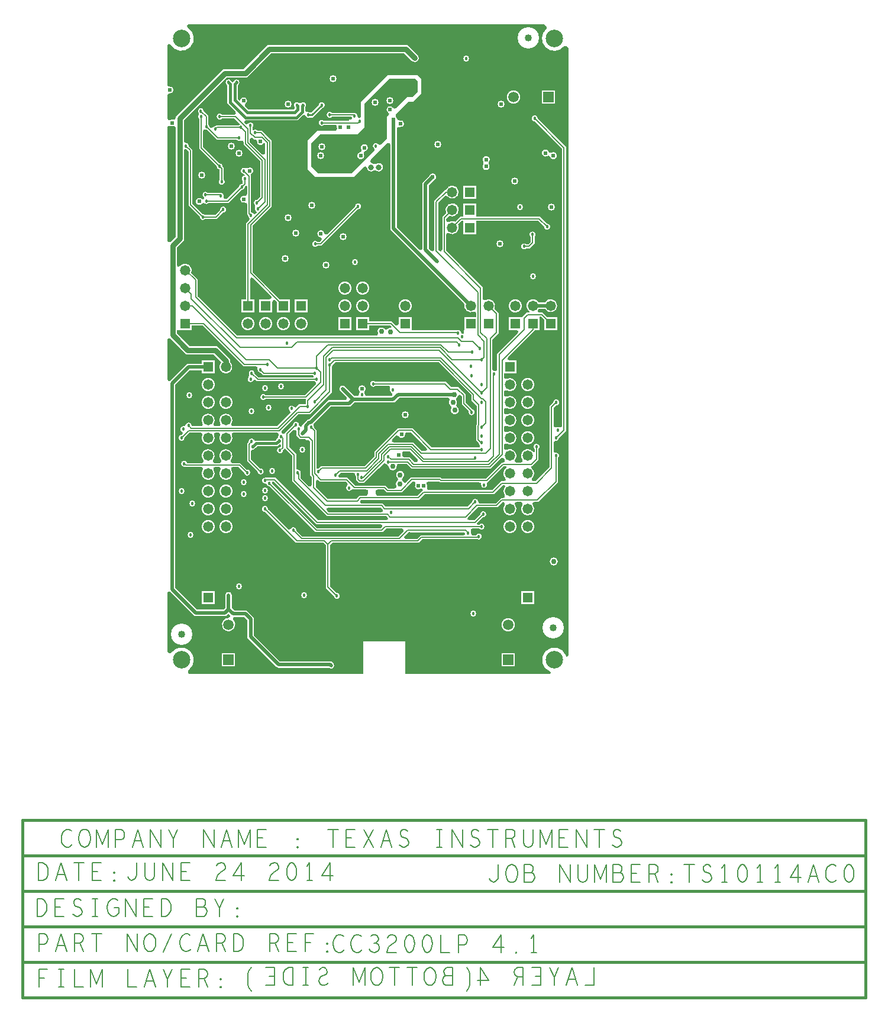
<source format=gbr>
G04 ================== begin FILE IDENTIFICATION RECORD ==================*
G04 Layout Name:  CC3200-LAUNCHXL_BRD_Rev4p1_20140624.brd*
G04 Film Name:    L4.gbr*
G04 File Format:  Gerber RS274X*
G04 File Origin:  Cadence Allegro 16.6-P004*
G04 Origin Date:  Tue Jun 24 08:36:08 2014*
G04 *
G04 Layer:  DRAWING FORMAT/L6*
G04 Layer:  VIA CLASS/BOTTOM*
G04 Layer:  PIN/BOTTOM*
G04 Layer:  ETCH/BOTTOM*
G04 Layer:  DRAWING FORMAT/FILM_LABEL_OUTLINE*
G04 *
G04 Offset:    (0.0000 0.0000)*
G04 Mirror:    No*
G04 Mode:      Positive*
G04 Rotation:  0*
G04 FullContactRelief:  No*
G04 UndefLineWidth:     6.0000*
G04 ================== end FILE IDENTIFICATION RECORD ====================*
%FSLAX25Y25*MOIN*%
%IR0*IPPOS*OFA0.00000B0.00000*MIA0B0*SFA1.00000B1.00000*%
%ADD21C,.03*%
%ADD11C,.04*%
%ADD20C,.032*%
%ADD15C,.024*%
%ADD12C,.018*%
%ADD14C,.058*%
%ADD13R,.058X.058*%
%ADD17C,.059055*%
%ADD10C,.098425*%
%ADD16R,.059055X.059055*%
%ADD19O,.03937X.061024*%
%ADD18O,.049213X.037402*%
%ADD22C,.01*%
%ADD23C,.015*%
%ADD24C,.0199*%
%ADD25C,.015748*%
%ADD26C,.006*%
%ADD32C,.04*%
%ADD28C,.034*%
%ADD34C,.046*%
%ADD31C,.074*%
%ADD33C,.075056*%
%ADD27C,.120001*%
%ADD30R,.074X.074*%
%ADD29R,.075056X.075056*%
G75*
%LPD*%
G75*
G36*
G01X71518Y83833D02*
G02X69939Y83616I-872J490D01*
G01X58705Y94851D01*
X58699Y95049D01*
G03X56951Y93301I-1699J-49D01*
G01X57149Y93295D01*
X74544Y75900D01*
X90044D01*
X91400Y74544D01*
Y50544D01*
X95795Y46149D01*
X95801Y45951D01*
G03X97549Y47699I1699J49D01*
G01X97351Y47705D01*
X93600Y51456D01*
Y74544D01*
X94956Y75900D01*
X143627D01*
X145627Y77900D01*
X176920D01*
X176993Y77877D01*
G03X176028Y80350I507J1623D01*
G01X175883Y80100D01*
X174170D01*
G02X173181Y81248I0J1000D01*
G03X172954Y82381I-1681J252D01*
G02X173809Y83900I855J519D01*
G01X177704D01*
G03Y86100I1296J1100D01*
G01X176863D01*
G02X176509Y86954I0J500D01*
G01X179851Y90295D01*
X180049Y90301D01*
G03X178301Y92049I-49J1699D01*
G01X178295Y91851D01*
X175044Y88600D01*
X172070D01*
G02X171363Y90307I0J1000D01*
G01X176956Y95900D01*
X187956D01*
X190966Y98910D01*
X191310D01*
G02X192095Y97291I0J-1000D01*
G03X197905I2905J-2291D01*
G02X198690Y98910I785J619D01*
G01X201310D01*
G02X202095Y97291I0J-1000D01*
G03X207905I2905J-2291D01*
G02X208690Y98910I785J619D01*
G01X210946D01*
X222100Y110064D01*
Y123704D01*
G03X220782Y126686I-1100J1296D01*
G02X219653Y127678I-128J992D01*
G01Y132322D01*
G02X220782Y133314I1000J0D01*
G03X222699Y134951I218J1686D01*
G01X222705Y135149D01*
X226600Y139044D01*
Y298956D01*
X210705Y314851D01*
X210699Y315049D01*
G03X208951Y313301I-1699J-49D01*
G01X209149Y313295D01*
X224400Y298044D01*
Y141809D01*
G02X222881Y140954I-1000J0D01*
G03X221152Y140973I-881J-1454D01*
G02X219653Y141840I-499J867D01*
G01Y151990D01*
X220959Y153295D01*
X221157Y153301D01*
G03X219409Y155049I-49J1699D01*
G01X219403Y154851D01*
X217453Y152901D01*
Y118509D01*
X209544Y110600D01*
X208245D01*
G02X207555Y112323I0J1000D01*
G03X207172Y117995I-2555J2677D01*
G01X206966Y118145D01*
Y118900D01*
X207456D01*
X211100Y122544D01*
Y128704D01*
G03X208900I-1100J1296D01*
G01Y126966D01*
X208145D01*
X207995Y127172D01*
G03X202088Y122717I-2995J-2172D01*
G02X201301Y121100I-787J-617D01*
G01X198699D01*
G02X197912Y122717I0J1000D01*
G03X193190Y128227I-2912J2283D01*
G02X191700Y129099I-489J872D01*
G01Y130901D01*
G02X193190Y131773I1000J0D01*
G03Y138227I1810J3227D01*
G02X191700Y139099I-489J872D01*
G01Y140901D01*
G02X193190Y141773I1000J0D01*
G03Y148227I1810J3227D01*
G02X191700Y149099I-489J872D01*
G01Y150901D01*
G02X193190Y151773I1000J0D01*
G03Y158227I1810J3227D01*
G02X191700Y159099I-489J872D01*
G01Y160901D01*
G02X193190Y161773I1000J0D01*
G03Y168227I1810J3227D01*
G02X191700Y169099I-489J872D01*
G01Y171300D01*
X198700D01*
Y178700D01*
X194670D01*
G02X193963Y180407I0J1000D01*
G01X209356Y195800D01*
X211700D01*
Y203400D01*
X212544D01*
X214300Y201644D01*
Y195800D01*
X221700D01*
Y203200D01*
X215856D01*
X213456Y205600D01*
X211699D01*
G02X210912Y207217I0J1000D01*
G03X211235Y207705I-2912J2283D01*
G01X214765D01*
G03Y211295I3235J1795D01*
G01X211235D01*
G03X205828Y206505I-3235J-1795D01*
G01X206034Y206355D01*
Y205600D01*
X204544D01*
X202144Y203200D01*
X194300D01*
Y195800D01*
X198830D01*
G02X199537Y194093I0J-1000D01*
G01X187800Y182356D01*
Y173579D01*
G02X186504Y172624I-1000J0D01*
G03X186063Y172699I-504J-1624D01*
G02X185100Y173698I37J999D01*
G01Y190544D01*
X188600Y194044D01*
Y205456D01*
X186287Y207769D01*
X186416Y208078D01*
G03X181111Y212681I-3416J1422D01*
G02X179600Y213541I-511J860D01*
G01Y219956D01*
X159100Y240456D01*
Y249459D01*
G02X160611Y250319I1000J0D01*
G03X165916Y254922I1889J3181D01*
G01X165787Y255231D01*
X167956Y257400D01*
X168800D01*
Y249800D01*
X176200D01*
Y257400D01*
X211044D01*
X214295Y254149D01*
X214301Y253951D01*
G03X216049Y255699I1699J49D01*
G01X215851Y255705D01*
X211956Y259600D01*
X176200D01*
Y267200D01*
X168800D01*
Y259600D01*
X167044D01*
X164231Y256787D01*
X163922Y256916D01*
G03X160611Y256681I-1422J-3416D01*
G02X159100Y257541I-511J860D01*
G01Y258544D01*
X160769Y260213D01*
X161078Y260084D01*
G03X159084Y262078I1422J3416D01*
G01X159213Y261769D01*
X156900Y259456D01*
Y241070D01*
G02X155193Y240363I-1000J0D01*
G01X154600Y240956D01*
Y267544D01*
X158215Y271159D01*
G02X159683Y271101I707J-707D01*
G03X159079Y274910I2817J2399D01*
G01X158951Y274600D01*
X158544D01*
X152400Y268456D01*
Y241053D01*
G02X150693Y240346I-1000J0D01*
G01X149295Y241744D01*
Y277256D01*
X152141Y280103D01*
X152237Y280141D01*
G03X149641Y282737I-737J1859D01*
G01X149603Y282641D01*
X145705Y278744D01*
Y241748D01*
G02X143998Y241041I-1000J0D01*
G01X131295Y253744D01*
Y309253D01*
G02X132697Y310168I1000J0D01*
G03X132818Y313880I803J1832D01*
G02X131485Y314697I-341J940D01*
G03X130868Y315909I-1985J-246D01*
G02X130846Y317346I684J729D01*
G01X138000Y324500D01*
X140500D01*
X145000Y329000D01*
Y329172D01*
X145000Y336828D01*
X145000Y337500D01*
X143000Y339500D01*
X142328D01*
X126172Y339500D01*
X126000Y339500D01*
X111000Y324500D01*
Y324328D01*
X111000Y315700D01*
G02X110500Y315200I-500J0D01*
G03X110299Y315188I0J-1700D01*
G02X109188Y316299I-118J993D01*
G03X106993Y318123I-1688J201D01*
G01X106920Y318100D01*
X94796D01*
G03Y315900I-1296J-1100D01*
G01X105883D01*
X106028Y315650D01*
G03X106256Y315341I1472J850D01*
G01X105891Y314500D01*
X104500D01*
Y313600D01*
X90296D01*
G03Y311400I-1296J-1100D01*
G01X96527D01*
G02X97518Y310267I0J-1000D01*
G03X97614Y309333I1982J-267D01*
G02X96672Y308000I-943J-333D01*
G01X87172D01*
X86500Y308000D01*
X81000Y302500D01*
Y301828D01*
X81000Y287172D01*
X81000Y286500D01*
X85500Y282000D01*
X86172D01*
X106828Y282000D01*
X107000Y282000D01*
X112757Y287757D01*
G02X114456Y287183I707J-707D01*
G03X118363Y285650I2379J317D01*
G02X119637I637J-771D01*
G03Y289350I1528J1850D01*
G02X118363I-637J771D01*
G03X117152Y289879I-1528J-1850D01*
G02X116577Y291577I132J991D01*
G01X125998Y300998D01*
G02X127705Y300291I707J-707D01*
G01Y252256D01*
X169435Y210527D01*
X169379Y210262D01*
G03X174574Y206152I3621J-762D01*
G02X176000Y205247I426J-905D01*
G01Y203200D01*
X169300D01*
Y195800D01*
X169100D01*
Y193617D01*
X168531D01*
X168464Y193636D01*
G03X168072Y193698I-464J-1636D01*
G02X167594Y194201I21J500D01*
G03X165020Y195671I-1700J11D01*
G01X164901Y195600D01*
X139700D01*
Y203200D01*
X132300D01*
Y199170D01*
G02X130593Y198463I-1000J0D01*
G01X128456Y200600D01*
X115700D01*
Y203200D01*
X108300D01*
Y195800D01*
X115700D01*
Y198400D01*
X127544D01*
X128286Y197658D01*
X127808Y197180D01*
X127632Y197161D01*
G03X126106Y196345I242J-2287D01*
G02X124538Y196383I-769J640D01*
G03X120617Y194024I-1838J-1383D01*
G02X119712Y192600I-906J-424D01*
G01X41356D01*
X19100Y214856D01*
Y224456D01*
X15443Y228112D01*
X15533Y228401D01*
G03X9087Y231782I-3533J1099D01*
G02X7300Y232398I-787J617D01*
G01Y242547D01*
X11300Y246547D01*
Y296807D01*
G02X12374Y297805I1000J0D01*
G03X12451Y297801I126J1695D01*
G01X12649Y297795D01*
X13900Y296544D01*
Y266044D01*
X20295Y259649D01*
X20301Y259451D01*
G03X23296Y258400I1699J49D01*
G01X29838D01*
X33351Y261913D01*
X33549Y261919D01*
G03X31801Y263667I-49J1699D01*
G01X31795Y263469D01*
X28926Y260600D01*
X23296D01*
G03X22049Y261199I-1296J-1100D01*
G01X21851Y261205D01*
X16100Y266956D01*
Y297456D01*
X14205Y299351D01*
X14199Y299549D01*
G03X12374Y301195I-1699J-49D01*
G02X11300Y302193I-74J997D01*
G01Y314047D01*
X35453Y338200D01*
X46953D01*
X60453Y351700D01*
X135547D01*
X139874Y347374D01*
G03X143126Y350626I1626J1626D01*
G01X137453Y356300D01*
X58547D01*
X45047Y342800D01*
X33547D01*
X6700Y315953D01*
Y315295D01*
G02X5337Y314363I-1000J0D01*
G03X3537Y314188I-726J-1863D01*
G02X2000Y315031I-537J844D01*
G01Y328042D01*
G02X3167Y329028I1000J0D01*
G03Y332972I333J1972D01*
G02X2000Y333958I-167J986D01*
G01Y356067D01*
G02X3865Y356568I1000J0D01*
G03X13432Y366135I6056J3511D01*
G02X13933Y368000I502J865D01*
G01X214500D01*
X215612Y366888D01*
G02X215552Y365418I-707J-707D01*
G03X225418Y355552I4527J-5339D01*
G02X226888Y355612I763J-647D01*
G01X228000Y354500D01*
Y32000D01*
X228000Y12500D01*
X227167Y11667D01*
X226732Y12101D01*
X226694Y12210D01*
G03X217790Y3306I-6615J-2289D01*
G01X217899Y3268D01*
X218333Y2833D01*
X217500Y2000D01*
X135980D01*
Y20535D01*
X112358D01*
Y2000D01*
X14500D01*
X13824Y2676D01*
G02X13955Y4200I707J707D01*
G03X4200Y13955I-4034J5721D01*
G02X2676Y13824I-817J576D01*
G01X2000Y14500D01*
Y47547D01*
G02X3707Y48254I1000J0D01*
G01X17256Y34705D01*
X35244D01*
X36500Y35961D01*
X37159Y35302D01*
G02X36462Y33595I-707J-707D01*
G03X39152Y32498I38J-3753D01*
G02X39859Y34205I707J707D01*
G01X45256D01*
X47205Y32256D01*
Y22256D01*
X63481Y5981D01*
G03X64750Y5455I1269J1269D01*
G01X93007D01*
G03X95519Y8019I1243J1295D01*
G01X94494Y9045D01*
X65494D01*
X50795Y23744D01*
Y33744D01*
X46744Y37795D01*
X39744D01*
X38295Y39244D01*
Y46500D01*
G03X34705I-1795J0D01*
G01Y39244D01*
X33756Y38295D01*
X18744D01*
X6545Y50494D01*
Y165006D01*
X14744Y173205D01*
X21300D01*
Y171300D01*
X28700D01*
Y178700D01*
X21300D01*
Y176795D01*
X13256D01*
X3707Y167246D01*
G02X2000Y167953I-707J707D01*
G01Y190333D01*
G02X3707Y191040I1000J0D01*
G01X12547Y182200D01*
X28047D01*
X32490Y177757D01*
X32189Y177406D01*
G03X37300Y177898I2811J-2406D01*
G01Y179453D01*
X29953Y186800D01*
X14453D01*
X7300Y193953D01*
Y195800D01*
X15700D01*
Y198400D01*
X22044D01*
X45044Y175400D01*
X51854D01*
G02X52797Y174067I0J-1000D01*
G03X54351Y171801I1603J-567D01*
G01X54549Y171795D01*
X55944Y170400D01*
X83704D01*
G03X84143Y170032I1296J1100D01*
G01X84391Y169887D01*
Y169100D01*
X53456D01*
X51205Y171351D01*
X51199Y171549D01*
G03X48049Y170615I-1699J-49D01*
G02X47827Y169318I-854J-521D01*
G03X50404Y167208I1073J-1318D01*
G02X51996Y167448I885J-466D01*
G01X52544Y166900D01*
X84994D01*
X85128Y166799D01*
G03X85321Y166672I1026J1356D01*
G02X85538Y165094I-490J-872D01*
G01X79544Y159100D01*
X57408D01*
G03Y156900I-1296J-1100D01*
G01X80064D01*
Y153960D01*
G03X80030Y153931I1100J-1296D01*
G01X76160D01*
X74387Y152158D01*
G02X73364Y152572I-198J980D01*
G03X71000Y150208I-1401J-962D01*
G02X71414Y149185I-566J-824D01*
G01X63995Y141767D01*
X38488D01*
G02X38181Y143111I553J833D01*
G03X31819I-3181J1889D01*
G02X31512Y141767I-860J-511D01*
G01X28488D01*
G02X28181Y143111I553J833D01*
G03X21819I-3181J1889D01*
G02X21512Y141767I-860J-511D01*
G01X16025D01*
X15697Y142094D01*
G03X12354Y142423I-1697J-94D01*
G02X11242Y141683I-968J249D01*
G03X10167Y138518I-242J-1683D01*
G02X10384Y136939I-490J-872D01*
G01X10149Y136705D01*
X9951Y136699D01*
G03X11699Y134951I49J-1699D01*
G01X11705Y135149D01*
X14556Y138000D01*
X20747D01*
G02X21652Y136574I0J-1000D01*
G03X28348I3348J-1574D01*
G02X29253Y138000I905J426D01*
G01X30747D01*
G02X31652Y136574I0J-1000D01*
G03X38348I3348J-1574D01*
G02X39253Y138000I905J426D01*
G01X63766D01*
G02X64654Y136539I0J-1000D01*
G03X64483Y135492I1509J-783D01*
G01X64490Y135414D01*
X64213Y134966D01*
G03X63415Y134129I759J-1521D01*
G01X63378Y134043D01*
X62885Y133550D01*
X51136D01*
X50994Y133811D01*
G03X47801Y133049I-1494J-811D01*
G01X47795Y132851D01*
X46900Y131956D01*
Y122044D01*
X52877Y116068D01*
X52896Y115894D01*
G03X54503Y117784I1689J192D01*
G01X54282Y117773D01*
X49100Y122956D01*
Y127302D01*
G02X50063Y128301I1000J0D01*
G03X51556Y129316I-63J1699D01*
G01X51594Y129402D01*
X52642Y130450D01*
X64169D01*
X65046Y131328D01*
G02X65900Y130974I354J-354D01*
G01Y130198D01*
G02X65423Y129698I-500J0D01*
G03X67199Y127951I77J-1698D01*
G01X67205Y128149D01*
X68250Y129194D01*
X72400Y125044D01*
Y110544D01*
X92044Y90900D01*
X125544D01*
X126137Y90307D01*
G02X125430Y88600I-707J-707D01*
G01X86956D01*
X62956Y112600D01*
X57579D01*
X57507Y112623D01*
G03X57311Y109329I-507J-1623D01*
G02X57879Y108988I91J-492D01*
G03X59451Y107801I1621J512D01*
G01X59649Y107795D01*
X85544Y81900D01*
X123251D01*
X125251Y83900D01*
X134259D01*
G02X134966Y82193I0J-1000D01*
G01X132273Y79500D01*
X78056D01*
X74705Y82851D01*
X74699Y83049D01*
G03X71518Y83833I-1699J-49D01*
G37*
G36*
G01X2000Y246167D02*
Y309969D01*
G02X3537Y310812I1000J0D01*
G03X5337Y310637I1073J1688D01*
G02X6700Y309705I363J-932D01*
G01Y248453D01*
X3707Y245460D01*
G02X2000Y246167I-707J707D01*
G37*
G36*
G01X86456Y84100D02*
X61205Y109351D01*
X61199Y109549D01*
G03X61172Y109809I-1699J-49D01*
G01X61163Y109854D01*
Y110400D01*
X62044D01*
X86044Y86400D01*
X122225D01*
G02X122932Y84693I0J-1000D01*
G01X122339Y84100D01*
X86456D01*
G37*
G36*
G01X81693Y107863D02*
X77100Y112456D01*
Y114920D01*
X77123Y114993D01*
G03X75563Y117199I-1623J507D01*
G02X74600Y118198I37J999D01*
G01Y125956D01*
X70600Y129956D01*
Y137044D01*
X72879Y139323D01*
G02X74445Y139129I707J-707D01*
G03X74805Y138704I1460J871D01*
G01Y136177D01*
X76677Y134305D01*
X79788D01*
X80193Y133900D01*
G03X81302Y133692I707J707D01*
G01X81615Y133829D01*
X82500Y132944D01*
Y113964D01*
X83400Y113064D01*
Y108570D01*
G02X81693Y107863I-1000J0D01*
G37*
G36*
G01X86100Y117663D02*
Y139456D01*
X84705Y140851D01*
X84699Y141049D01*
G03X84293Y142103I-1699J-49D01*
G02X84320Y142782I380J325D01*
G01X94244Y152705D01*
X105244D01*
X107550Y155011D01*
X129950D01*
X132644Y157705D01*
X160075D01*
G02X160931Y156188I0J-1000D01*
G03X161661Y153062I1969J-1188D01*
G02X161992Y151727I-539J-842D01*
G03X165232Y152530I2001J-1134D01*
G02X164901Y153866I539J842D01*
G03X164812Y156278I-2001J1134D01*
G02X165055Y157641I831J556D01*
G03X165834Y158642I-1355J1859D01*
G02X167469Y158976I928J-373D01*
G01X167900Y158544D01*
Y154044D01*
X171876Y150068D01*
X171828Y149809D01*
G03X174015Y151120I1672J-309D01*
G01X173899Y151157D01*
X170100Y154956D01*
Y159456D01*
X165956Y163600D01*
X161956D01*
X158956Y166600D01*
X119296D01*
G03Y164400I-1296J-1100D01*
G01X126691D01*
G02X127546Y162881I0J-1000D01*
G03X128343Y160432I1454J-881D01*
G02X128664Y158803I-386J-922D01*
G01X128463Y158601D01*
X114319D01*
G02X113320Y159564I0J1000D01*
G03X112971Y160534I-1699J-63D01*
G02X113035Y161210I397J304D01*
G03X110293Y161278I-1335J1490D01*
G02X110323Y160600I-352J-355D01*
G03X109922Y159564I1298J-1098D01*
G02X108923Y158601I-999J37D01*
G01X107437D01*
X102245Y163793D01*
X102223Y163823D01*
G03X98989Y162750I-1439J-1073D01*
G01Y161972D01*
X102959Y158002D01*
G02X102252Y156295I-707J-707D01*
G01X92756D01*
X81951Y145490D01*
X81140D01*
X78174Y142524D01*
Y142383D01*
G02X76704Y141500I-1000J0D01*
G03X76486Y141597I-799J-1500D01*
G02X76167Y142166I171J470D01*
G03X72801Y142549I-1667J334D01*
G01X72795Y142351D01*
X68374Y137930D01*
G02X66942Y137267I-974J227D01*
G03X66824Y137322I-779J-1511D01*
G02X66506Y138951I389J921D01*
G01X75956Y148400D01*
X82456D01*
X94600Y160544D01*
Y174654D01*
G03X95199Y175901I-1100J1296D01*
G01X95205Y176099D01*
X96677Y177571D01*
X154913D01*
X173400Y159085D01*
Y156216D01*
X176400Y153216D01*
Y142784D01*
X175900Y142284D01*
Y133716D01*
X177304Y132312D01*
X177333Y132164D01*
G03X177858Y131241I1667J336D01*
G02Y129759I-672J-741D01*
G03X177704Y129600I1142J-1259D01*
G01X150956D01*
X140156Y140400D01*
X131844D01*
X118700Y127256D01*
Y124503D01*
X113197Y119000D01*
X88444D01*
X87149Y117705D01*
X86951Y117699D01*
G03X86691Y117672I49J-1699D01*
G01X86646Y117663D01*
X86100D01*
G37*
G36*
G01X92956Y93100D02*
X91963Y94093D01*
G02X92670Y95800I707J707D01*
G01X122373D01*
X123366Y94807D01*
G02X122659Y93100I-707J-707D01*
G01X92956D01*
G37*
G36*
G01X102544Y110400D02*
X103324Y109620D01*
G02X103255Y108143I-707J-707D01*
G03X105648Y105749I1084J-1310D01*
G02X107034Y105900I770J-638D01*
G01X114183D01*
G02X115183Y104900I0J-1000D01*
G03X115189Y104789I1000J0D01*
G02X115007Y103813I-1689J-189D01*
G03X114893Y103350I886J-463D01*
G02X113893Y102350I-1000J0D01*
G01X110295D01*
X108544Y100600D01*
X92356D01*
X85600Y107356D01*
Y110430D01*
G02X87307Y111137I1000J0D01*
G01X88044Y110400D01*
X102544D01*
G37*
G36*
G01X87000Y284000D02*
X83000Y288000D01*
Y301000D01*
X88000Y306000D01*
X109000D01*
X113000Y310000D01*
Y323500D01*
X127000Y337500D01*
X141500D01*
X143000Y336000D01*
Y330000D01*
X140000Y327000D01*
X137000D01*
X130801Y320801D01*
G02X129229Y321005I-707J707D01*
G03X126495Y318271I-1729J-1005D01*
G02X126699Y316699I-503J-865D01*
G01X125750Y315750D01*
Y303750D01*
X122387Y300387D01*
G02X120872Y300503I-707J707D01*
G03X118497Y298128I-1372J-1003D01*
G02X118613Y296613I-590J-807D01*
G01X106000Y284000D01*
X87000D01*
G37*
G36*
G01X125005Y96280D02*
X123284Y98000D01*
X111470D01*
G02X110763Y99707I0J1000D01*
G01X111206Y100150D01*
X143706D01*
X146956Y103400D01*
X185956D01*
X190956Y108400D01*
X191962D01*
G02X192324Y107555I0J-500D01*
G03X192082Y102725I2676J-2555D01*
G02X191293Y101110I-789J-615D01*
G01X190055D01*
X187044Y98100D01*
X178198D01*
G02X177199Y99063I0J1000D01*
G03X173801Y99049I-1699J-63D01*
G01X173795Y98851D01*
X171224Y96280D01*
X125005D01*
G37*
G36*
G01X126556Y106500D02*
X124956Y108100D01*
X107956D01*
X103456Y112600D01*
X99303D01*
G02X98314Y113748I0J1000D01*
G03X98332Y113951I-1681J252D01*
G01X98338Y114149D01*
X99589Y115400D01*
X106802D01*
G02X107801Y114437I0J-1000D01*
G03X108179Y113430I1699J63D01*
G01X108290Y113293D01*
Y111431D01*
X110106Y109615D01*
X112863D01*
X120995Y117747D01*
X120996D01*
X123723Y120474D01*
G02X125196Y120409I707J-707D01*
G03X125996Y119876I1304J1091D01*
G02X126700Y118915I-296J-955D01*
G03X131273Y119248I2300J-15D01*
G02X132262Y120400I988J152D01*
G01X137064D01*
X139765Y117700D01*
X148675D01*
X184256Y117700D01*
X186540Y119984D01*
Y119985D01*
X190113Y123558D01*
G02X191710Y123308I707J-707D01*
G03X192088Y122717I3290J1692D01*
G02X191301Y121100I-787J-617D01*
G01X190544D01*
X181544Y112100D01*
X156633D01*
X156033Y112700D01*
X139316D01*
X136563Y109947D01*
G02X134990Y110153I-707J707D01*
G03X134464Y110774I-1990J-1153D01*
G02X134506Y112350I636J771D01*
G03X131676Y112426I-1366J1850D01*
G02X131634Y110850I-636J-771D01*
G03X130951Y107955I1366J-1850D01*
G02X130061Y106500I-891J-455D01*
G01X126556D01*
G37*
G36*
G01X144716Y80100D02*
X142716Y78100D01*
X136398D01*
G02X135418Y79298I0J1000D01*
G01X137853Y81733D01*
X169475D01*
X169803Y81406D01*
G03X169819Y81248I1697J94D01*
G02X168830Y80100I-989J-148D01*
G01X144716D01*
G37*
G36*
G01X120607Y102350D02*
G02X119607Y103350I0J1000D01*
G03X119493Y103813I-1000J0D01*
G02X119311Y104789I1507J787D01*
G03X119317Y104900I-994J111D01*
G02X120317Y105900I1000J0D01*
G01X124044D01*
X125644Y104300D01*
X134027D01*
X140227Y110500D01*
X140902D01*
G02X141768Y109000I0J-1000D01*
G03X144700Y106400I1732J-1000D01*
G02X145300I300J-400D01*
G03X145670Y106180I1200J1600D01*
G01X145752Y106143D01*
X146170Y105725D01*
X142795Y102350D01*
X120607D01*
G37*
G36*
G01X134472Y125167D02*
G03X134386Y126167I-1972J333D01*
G02X135328Y127500I943J333D01*
G01X138444D01*
X142937Y123007D01*
G02X142230Y121300I-707J-707D01*
G01X141256D01*
X138556Y124000D01*
X135458D01*
G02X134472Y125167I0J1000D01*
G37*
G36*
G01X145415Y127600D02*
X141980Y131036D01*
X140516Y132500D01*
X129470D01*
G02X128763Y134207I0J1000D01*
G01X130720Y136164D01*
G02X132285Y135971I707J-707D01*
G03X135996Y137133I1715J1029D01*
G02X136993Y138200I998J67D01*
G01X139244D01*
X148137Y129307D01*
G02X147430Y127600I-707J-707D01*
G01X145415D01*
G37*
G36*
G01X148269Y107067D02*
G03X148232Y109000I-1769J933D01*
G02X149098Y110500I866J500D01*
G01X155121D01*
X155721Y109900D01*
X177830D01*
G02X178819Y108752I0J-1000D01*
G03X182087Y109111I1681J-252D01*
G01X181970Y109414D01*
X191456Y118900D01*
X193034D01*
Y118145D01*
X192828Y117995D01*
G03X192445Y112323I2172J-2995D01*
G02X191755Y110600I-690J-723D01*
G01X190044D01*
X185044Y105600D01*
X149153D01*
G02X148269Y107067I0J1000D01*
G37*
%LPC*%
G75*
G36*
G01X43951Y278199D02*
X44149Y278205D01*
X44478Y278534D01*
Y279782D01*
G02X45154Y282725I1100J1296D01*
G01X45286Y282759D01*
X45736Y283209D01*
X45149Y283795D01*
X44951Y283801D01*
G02X45948Y286911I49J1699D01*
G03X47170Y286994I558J830D01*
G02X49380Y283704I1330J-1494D01*
G01X49100Y283567D01*
Y262239D01*
X49464Y262136D01*
G02X50363Y261516I-464J-1636D01*
G03X51872Y261407I802J598D01*
G01X52577Y262112D01*
X52180Y262510D01*
X52127Y262541D01*
G02X51571Y264920I873J1459D01*
G03X51385Y266216I-841J541D01*
G02X52451Y269199I1115J1284D01*
G01X52649Y269205D01*
X54400Y270956D01*
Y290812D01*
X44900Y300312D01*
Y301691D01*
G03X43381Y302546I-1000J0D01*
G02X41204Y302900I-881J1454D01*
G01X30044D01*
X24149Y308795D01*
X23951Y308801D01*
G02X23433Y308897I49J1699D01*
G03X22100Y307954I-333J-943D01*
G01Y298956D01*
X31351Y289705D01*
X31549Y289699D01*
G02X33199Y288049I-49J-1699D01*
G01X33205Y287851D01*
X33764Y287291D01*
Y280632D01*
G02X31564I-1100J-1296D01*
G01Y286253D01*
X31163Y286334D01*
G02X29801Y287951I337J1666D01*
G01X29795Y288149D01*
X19900Y298044D01*
Y314704D01*
G02X19757Y317159I1100J1296D01*
G03X19730Y317868I-366J341D01*
G02X22581Y319167I1152J1250D01*
G01X22587Y318969D01*
X25100Y316456D01*
Y311796D01*
G02X25699Y310549I-1100J-1296D01*
G01X25705Y310351D01*
X26137Y309919D01*
G03X27643Y310024I707J707D01*
G02X28951Y310699I1357J-1024D01*
G01X29149Y310705D01*
X29544Y311100D01*
X42204D01*
G02X42537Y311401I1296J-1100D01*
G01X42574Y311427D01*
X42960Y311813D01*
X39873Y314900D01*
X32796D01*
G02Y317100I-1296J1100D01*
G01X39741D01*
G03X40448Y318807I0J1000D01*
G01X35785Y323470D01*
Y333735D01*
X35561Y333883D01*
G02X38020Y336061I939J1417D01*
G01X38056Y335988D01*
X38750Y335295D01*
X39444Y335988D01*
X39480Y336061D01*
G02X41939Y333883I1520J-761D01*
G01X41715Y333735D01*
Y325927D01*
X42611Y325031D01*
X43053Y325472D01*
X43089Y325590D01*
G02X46064Y323307I1911J-590D01*
G03X45889Y321753I532J-847D01*
G01X47742Y319901D01*
X73028D01*
X73785Y320658D01*
Y321298D01*
X73674Y321436D01*
G02X76102Y323795I1326J1064D01*
G03X77398I648J762D01*
G02X79826Y321436I1102J-1295D01*
G01X79715Y321298D01*
Y319584D01*
G03X81006Y318627I1000J0D01*
G02X82395Y318445I494J-1627D01*
G01X82901D01*
X87345Y322889D01*
G02X89389Y320845I1655J-389D01*
G01X84099Y315555D01*
X82395D01*
G02X79910Y316399I-895J1445D01*
G03X78267Y316753I-935J-353D01*
G01X75484Y313970D01*
X46328D01*
G03X45621Y312263I0J-1000D01*
G01X45955Y311929D01*
G03X47487Y312071I707J707D01*
G02X49990Y309814I1403J-961D01*
G01Y308454D01*
X50611D01*
X50719Y308510D01*
G02X52796Y308100I781J-1510D01*
G01X55188D01*
X59336Y303953D01*
X60800Y302489D01*
Y265244D01*
X50100Y254544D01*
Y228456D01*
X65356Y213200D01*
X71200D01*
Y205800D01*
X63800D01*
Y211644D01*
X62907Y212537D01*
G03X61200Y211830I-707J-707D01*
G01Y205800D01*
X53800D01*
Y213200D01*
X59830D01*
G03X60537Y214907I0J1000D01*
G01X50307Y225137D01*
G03X48600Y224430I-707J-707D01*
G01Y213200D01*
X51200D01*
Y205800D01*
X43800D01*
Y213200D01*
X46400D01*
Y255936D01*
X48093Y257628D01*
G03X47984Y259137I-707J707D01*
G02X47301Y260451I1016J1363D01*
G01X47295Y260649D01*
X46900Y261044D01*
Y266638D01*
G03X45600Y267592I-1000J0D01*
G02Y271408I-600J1908D01*
G03X46900Y272362I300J954D01*
G01Y276637D01*
G03X46046Y276991I-500J0D01*
G01X45705Y276649D01*
X45699Y276451D01*
G02X44049Y274801I-1699J49D01*
G01X43851Y274795D01*
X36456Y267400D01*
X25296D01*
G02X22960Y267155I-1296J1100D01*
G03X21565Y266987I-612J-791D01*
G02X21385Y269674I-1565J1245D01*
G03X22789Y269694I692J721D01*
G02X22805Y269709I1211J-1194D01*
G03X22691Y270505I-351J356D01*
G02X24796Y273100I809J1495D01*
G01X31420D01*
X31493Y273123D01*
G02X33603Y270933I507J-1623D01*
G03X34546Y269600I943J-333D01*
G01X35544D01*
X42295Y276351D01*
X42301Y276549D01*
G02X43951Y278199I1699J-49D01*
G37*
G36*
G01X180114Y289239D02*
G03X180148Y290539I-743J669D01*
G02X183186Y290461I1552J1261D01*
G03X183152Y289161I743J-669D01*
G02X180114Y289239I-1552J-1261D01*
G37*
G36*
G01X208900Y248304D02*
Y244544D01*
X206156Y241800D01*
X204296D01*
G02Y244000I-1296J1100D01*
G01X205244D01*
X206700Y245456D01*
Y248304D01*
G02X208900I1100J1296D01*
G37*
G36*
G01X28056Y117086D02*
G02X21944I-3056J-2086D01*
G03X21118Y118650I-826J564D01*
G01X11794D01*
X11649Y118795D01*
X11451Y118801D01*
G02X13068Y121157I49J1699D01*
G01X13197Y120850D01*
X21512D01*
G03X22254Y122520I0J1000D01*
G02X27746I2746J2480D01*
G03X28488Y120850I742J-670D01*
G01X31512D01*
G03X32254Y122520I0J1000D01*
G02X37746I2746J2480D01*
G03X38488Y120850I742J-670D01*
G01X43106D01*
X46759Y117196D01*
X46971Y117200D01*
G02X45305Y115369I29J-1700D01*
G01X45291Y115554D01*
X42194Y118650D01*
X38882D01*
G03X38056Y117086I0J-1000D01*
G02X31944I-3056J-2086D01*
G03X31118Y118650I-826J564D01*
G01X28882D01*
G03X28056Y117086I0J-1000D01*
G37*
G36*
G01X86627Y245431D02*
X87875D01*
X88769Y246325D01*
G03X88208Y248021I-707J707D01*
G02X90479Y250292I292J1979D01*
G03X92175Y249731I989J146D01*
G01X107795Y265351D01*
X107801Y265549D01*
G02X109549Y263801I1699J-49D01*
G01X109351Y263795D01*
X88786Y243231D01*
X86627D01*
G02Y245431I-1296J1100D01*
G37*
G36*
G01X218400Y295670D02*
G02X217612Y293341I1100J-1670D01*
G03X216117Y293847I-944J-329D01*
G02X216906Y296176I-1100J1670D01*
G03X218400Y295670I944J329D01*
G37*
G36*
G01X112711Y295036D02*
G02X110623Y295964I-1711J-1036D01*
G03X111289Y297464I-189J982D01*
G02X113377Y296536I1711J1036D01*
G03X112711Y295036I189J-982D01*
G37*
G54D32*
X21500Y283000D03*
X38000Y299500D03*
X42500Y295500D03*
X68500Y236000D03*
X74500Y250500D03*
X70000Y259000D03*
Y323000D03*
X91500Y232500D03*
X83500Y266000D03*
X95500Y337500D03*
X101000Y248500D03*
X154425Y300400D03*
X189500Y244500D03*
X190000Y323000D03*
X197827Y279673D03*
X218500Y265000D03*
X136000Y148000D03*
X88500Y294000D03*
X89000Y299000D03*
X119000Y324000D03*
X127543Y325043D03*
G54D28*
X15000Y80500D03*
X16000Y98000D03*
X10000Y105000D03*
X14500Y159000D03*
X42500Y51500D03*
X57000Y101000D03*
X45000Y103500D03*
X57000Y105500D03*
X45000Y110000D03*
X49500Y150080D03*
X57000Y163000D03*
X61000Y116500D03*
X59071Y152000D03*
X66000Y164000D03*
X79000Y46500D03*
X107610Y234110D03*
X174500Y36000D03*
X170250Y348750D03*
X208000Y226000D03*
X200890Y265110D03*
X78000Y128500D03*
G54D34*
X219750Y65250D03*
G54D31*
X25000Y85000D03*
X35000D03*
X25000Y95000D03*
X35000D03*
X25000Y105000D03*
X35000D03*
X25000Y155000D03*
X35000D03*
X25000Y165000D03*
X57500Y199500D03*
X47500D03*
X67500D03*
X77500D03*
X102000Y209500D03*
Y219500D03*
X112000Y209500D03*
Y219500D03*
X136000Y209500D03*
X195000Y85000D03*
X198000Y209500D03*
X205000Y85000D03*
Y135000D03*
Y145000D03*
Y155000D03*
Y165000D03*
G54D33*
X194000Y29843D03*
X197157Y327000D03*
G54D27*
X10000Y24500D03*
X219500Y28000D03*
X205500Y360500D03*
G54D30*
X25000Y45000D03*
X77500Y209500D03*
X102000Y199500D03*
X172500Y273500D03*
X205000Y45000D03*
G54D29*
X36500Y10157D03*
X194000D03*
X216843Y327000D03*
%LPD*%
G75*
G36*
G01X55493Y294810D02*
X48500Y301803D01*
Y303202D01*
G02X50207Y303909I1000J0D01*
G01X50916Y303200D01*
X51507D01*
G02X52504Y302133I0J-1000D01*
G03X56254Y301038I1996J-133D01*
G01X56288Y301101D01*
X56692Y301505D01*
X57200Y300997D01*
Y295517D01*
G02X55493Y294810I-1000J0D01*
G37*
G54D10*
X9921Y9921D03*
Y360079D03*
X220079Y9921D03*
Y360079D03*
G54D20*
X116835Y287500D03*
X121165D03*
G54D11*
X10000Y24500D03*
X205500Y360500D03*
X219500Y28000D03*
G54D12*
X15000Y80500D03*
X16000Y98000D03*
X11500Y120500D03*
X10000Y105000D03*
X11000Y140000D03*
X10000Y135000D03*
X14000Y142000D03*
X14500Y159000D03*
X12500Y299500D03*
X35000Y58000D03*
Y53000D03*
X36500Y46500D03*
X35000Y78000D03*
Y68000D03*
X22000Y259500D03*
X33500Y263618D03*
X32664Y279336D03*
X32000Y271500D03*
X23500Y272000D03*
X24000Y268500D03*
X31500Y288000D03*
X21000Y316000D03*
X31500D03*
X29000Y309000D03*
X24000Y310500D03*
X20882Y319118D03*
X36500Y335300D03*
X51500Y46000D03*
X55000Y58000D03*
X50000D03*
X45000D03*
X40000D03*
X55000Y53000D03*
X50000D03*
X45000D03*
X40000D03*
X55000Y48000D03*
X46500Y46200D03*
X42500Y51500D03*
X40000Y78000D03*
X45000D03*
X50000D03*
X55000D03*
Y68000D03*
X50000D03*
X45000D03*
X40000D03*
X57000Y95000D03*
Y101000D03*
X45000Y103500D03*
X57000Y105500D03*
X47000Y115500D03*
X54586Y116086D03*
X45000Y110000D03*
X57000Y111000D03*
X55500Y129500D03*
X55600Y135000D03*
X50000Y130000D03*
X49500Y133000D03*
Y150080D03*
X56112Y158000D03*
X48900Y168000D03*
X54400Y173500D03*
X49500Y171500D03*
X58500Y176500D03*
X57000Y163000D03*
X49000Y260500D03*
X53000Y264000D03*
X52500Y267500D03*
X44000Y276500D03*
X45578Y281078D03*
X45000Y285500D03*
X51500Y307000D03*
X48890Y311110D03*
X43500Y310000D03*
X42500Y304000D03*
X41000Y335300D03*
X39000Y345200D03*
X64750Y7250D03*
X60000Y58000D03*
Y53000D03*
X65000D03*
Y58000D03*
X70000Y53000D03*
Y58000D03*
X75000Y53000D03*
Y58000D03*
Y48000D03*
X70000D03*
X65000D03*
X60000D03*
Y78000D03*
Y68000D03*
X65000D03*
X70000D03*
X75000D03*
X73000Y83000D03*
X68500Y121500D03*
X61000Y116500D03*
X75500Y115500D03*
X59500Y109500D03*
X73500Y138000D03*
X71500Y131000D03*
X70000Y125000D03*
X78000Y128500D03*
X64972Y133445D03*
X78000Y137500D03*
X74500Y142500D03*
X75905Y140000D03*
X65500Y128000D03*
X66163Y135756D03*
X78000Y145500D03*
X66500Y150000D03*
X59071Y152000D03*
X71962Y151610D03*
X66000Y164000D03*
X69500Y188500D03*
X75000Y322500D03*
X94250Y6750D03*
X82750Y7250D03*
X80000Y53000D03*
Y58000D03*
X85000Y53000D03*
Y58000D03*
X90000Y53000D03*
Y58000D03*
X95000Y53000D03*
Y58000D03*
X90000Y48000D03*
X85000D03*
X97500Y46000D03*
X79000Y46500D03*
X80000Y68000D03*
X85000D03*
X90000D03*
X95000D03*
X96000Y109000D03*
X87000Y116000D03*
X96633Y114000D03*
X83000Y141000D03*
X85000Y155400D03*
X81164Y152664D03*
X85000Y171500D03*
X86154Y168154D03*
X86000Y174500D03*
X93500Y175950D03*
Y179000D03*
X85331Y244331D03*
X81500Y317000D03*
X89000Y312500D03*
X93500Y317000D03*
X89000Y322500D03*
X78500D03*
X110700Y3200D03*
X113000Y24700D03*
X110700Y21100D03*
X110800Y16700D03*
X110900Y12100D03*
X110700Y7300D03*
X113000Y29000D03*
Y33500D03*
Y39000D03*
X113500Y44000D03*
X109500Y46500D03*
X108500Y50000D03*
Y54000D03*
Y57500D03*
X109000Y61000D03*
X113000Y62500D03*
X100000Y53000D03*
Y58000D03*
Y63000D03*
X105000Y53000D03*
Y58000D03*
Y63000D03*
X113000Y80500D03*
Y66000D03*
Y70000D03*
Y75000D03*
X100000Y68000D03*
X105000D03*
X110000Y73000D03*
Y68000D03*
X112600Y94400D03*
X112800Y98900D03*
X100500Y102000D03*
X107500Y103100D03*
X113000Y85500D03*
Y90000D03*
X113600Y109100D03*
X113300Y104300D03*
X104339Y106833D03*
X109500Y114500D03*
X111390Y112715D03*
X100784Y162750D03*
X111621Y159501D03*
X99500Y170329D03*
X101000Y166000D03*
X109004Y169271D03*
X107610Y234110D03*
X109500Y265500D03*
X110500Y313500D03*
X107500Y316500D03*
X128500Y22000D03*
X133500D03*
X122900Y22200D03*
X121500Y43500D03*
Y38500D03*
Y34000D03*
X122000Y29500D03*
X133500Y42000D03*
Y37000D03*
Y32000D03*
X128500D03*
Y37000D03*
Y42000D03*
Y27000D03*
X133500D03*
X121500Y61500D03*
X125500Y58500D03*
Y55000D03*
Y52000D03*
Y48000D03*
X133500Y52000D03*
Y47000D03*
X129000Y64000D03*
X134000D03*
X133500Y57000D03*
X129000Y82500D03*
X133500Y82000D03*
X136000Y74000D03*
X133000Y75000D03*
X130000Y74500D03*
X126500D03*
X123000D03*
X121500Y71500D03*
Y68000D03*
Y64500D03*
X125500Y82500D03*
X129000Y69000D03*
X134000D03*
X121400Y103600D03*
X122200Y94700D03*
X121800Y99200D03*
X135000Y98500D03*
X121500Y85000D03*
Y90000D03*
X128125Y93125D03*
X121400Y109400D03*
X135000Y104000D03*
X126500Y121500D03*
X126553Y124553D03*
X129000Y162000D03*
X118000Y170000D03*
X126500Y169071D03*
X125300Y174900D03*
X123500Y168652D03*
X118000Y165500D03*
X126005Y298000D03*
X119500Y299500D03*
X138500Y22000D03*
X143500D03*
X148500D03*
X153500D03*
X138500Y17000D03*
X143500D03*
X148500D03*
X153500D03*
Y12000D03*
X148500D03*
X143500D03*
X138500D03*
X143500Y7000D03*
X148500D03*
X153500D03*
Y42000D03*
Y37000D03*
Y32000D03*
X148500Y42000D03*
Y37000D03*
Y32000D03*
X143500D03*
Y37000D03*
Y42000D03*
X138500D03*
Y37000D03*
Y32000D03*
Y27000D03*
X143500D03*
X148500D03*
X153500D03*
X157000Y63000D03*
X154000Y60500D03*
X151000Y57000D03*
X146500Y56000D03*
X143500Y58500D03*
X141000Y61500D03*
X153500Y52000D03*
Y47000D03*
X148500Y52000D03*
Y47000D03*
X143500D03*
Y52000D03*
X138500D03*
Y47000D03*
X143500Y80500D03*
X138500Y81000D03*
X146000Y77000D03*
X148000Y74500D03*
X151500Y74000D03*
X155500D03*
X143000Y65500D03*
X141500Y69000D03*
X139000Y71500D03*
X155000Y148000D03*
Y150500D03*
X154000Y234500D03*
X163500Y22000D03*
X168500D03*
X158500D03*
X163500Y17000D03*
X168500D03*
X158500D03*
Y12000D03*
X168500D03*
X163500D03*
Y7000D03*
X168500D03*
X158500D03*
X174500Y16500D03*
X158500Y42000D03*
Y37000D03*
Y32000D03*
X168500Y42000D03*
Y37000D03*
Y32000D03*
X163500Y42000D03*
Y37000D03*
Y32000D03*
Y27000D03*
X168500D03*
X158500D03*
X173500Y42000D03*
X174500Y36000D03*
X158500Y52000D03*
Y47000D03*
X168500Y52000D03*
Y47000D03*
X163500Y52000D03*
Y47000D03*
X173500D03*
Y52000D03*
Y57000D03*
X168500D03*
X173500Y62000D03*
X168500D03*
X163500Y57000D03*
X158500D03*
X163500Y62000D03*
X158000Y71500D03*
X161000Y69000D03*
X160000Y65500D03*
X173500Y67000D03*
X168500D03*
Y72000D03*
X163500D03*
Y77000D03*
X168500D03*
X158500D03*
X171500Y81500D03*
X175500Y99000D03*
Y123600D03*
X173500Y149500D03*
X173000Y175500D03*
X173500Y170000D03*
X168000Y192000D03*
X173750Y183250D03*
X166500Y187500D03*
X165894Y194213D03*
X170250Y348750D03*
X178500Y42000D03*
X183500D03*
X188500D03*
X193500D03*
X194000Y35000D03*
X188500D03*
X183500D03*
X178500Y52000D03*
Y47000D03*
X183500D03*
Y52000D03*
X188500Y47000D03*
Y52000D03*
X193500Y47000D03*
Y52000D03*
Y57000D03*
X188500D03*
X183500D03*
X178500D03*
X193500Y62000D03*
X188500D03*
X183500D03*
X178500D03*
X193500Y67000D03*
X188500D03*
X183500D03*
X178500D03*
X177500Y79500D03*
X180000Y92000D03*
X179000Y85000D03*
X180500Y108500D03*
X179000Y132500D03*
Y141000D03*
Y128500D03*
Y136000D03*
Y160500D03*
Y155000D03*
Y179000D03*
X186000Y171000D03*
X179000Y165000D03*
X178000Y185500D03*
X183800Y226000D03*
X194500Y252500D03*
X178550Y355950D03*
X210000Y130000D03*
X213500Y226000D03*
X208000D03*
X207800Y249600D03*
X203000Y242900D03*
X216000Y254000D03*
X209500Y261500D03*
X200890Y265110D03*
X209000Y315000D03*
X224500Y37500D03*
X222000Y139500D03*
X221000Y125000D03*
Y135000D03*
X221108Y155000D03*
X222500Y226000D03*
X223500Y346500D03*
G54D21*
G01X135000Y354000D02*
X59500D01*
X46000Y340500D01*
X34500D01*
X9000Y315000D01*
Y247500D01*
X5000Y243500D01*
Y193000D01*
X13500Y184500D01*
X29000D01*
X35000Y178500D01*
Y175000D01*
G01X135000Y354000D02*
X136500D01*
X141500Y349000D01*
X135103Y118165D03*
X127600Y108000D03*
X133140Y114200D03*
X133000Y109000D03*
X129000Y118900D03*
X137500Y126000D03*
X138000Y134500D03*
X137083Y155083D03*
X127874Y194874D03*
X122700Y195000D03*
X154500Y109000D03*
X155500Y115500D03*
X159400Y142000D03*
X163500Y145500D03*
X163700Y159500D03*
X163993Y150593D03*
X162900Y155000D03*
X159500Y170500D03*
X163169Y165500D03*
X219750Y65250D03*
G54D22*
G01X81500Y317000D02*
X83500D01*
X89000Y322500D01*
G54D13*
X12000Y199500D03*
X25000Y45000D03*
Y175000D03*
X57500Y209500D03*
X47500D03*
X67500D03*
X77500D03*
X102000Y199500D03*
X112000D03*
X136000D03*
X173000D03*
X172500Y263500D03*
Y253500D03*
Y273500D03*
X195000Y175000D03*
X198000Y199500D03*
X183000D03*
X205000Y45000D03*
X218000Y199500D03*
X208000D03*
G54D23*
G01X-77102Y-80133D02*
X395398D01*
Y-180133D01*
X-79602D01*
Y-80133D01*
X-77102D01*
G01X-79602Y-160133D02*
X395398D01*
G01X-79602Y-140133D02*
X395398D01*
G01X-79602Y-120133D02*
X395398D01*
G01X-79602Y-100133D02*
X395398D01*
G01X64972Y133445D02*
X63527Y132000D01*
X52000D01*
X50000Y130000D01*
G54D14*
X12000Y209500D03*
Y219500D03*
Y239500D03*
Y229500D03*
X25000Y55000D03*
Y65000D03*
Y85000D03*
X35000D03*
X25000Y95000D03*
X35000D03*
X25000Y105000D03*
X35000D03*
X25000Y115000D03*
X35000D03*
X25000Y125000D03*
X35000D03*
X25000Y135000D03*
X35000D03*
X25000Y145000D03*
X35000D03*
X25000Y155000D03*
X35000D03*
X25000Y165000D03*
X35000D03*
Y175000D03*
X57500Y199500D03*
X47500D03*
X67500D03*
X77500D03*
X102000Y209500D03*
Y219500D03*
X112000Y209500D03*
Y219500D03*
X136000Y209500D03*
X173000D03*
X162500Y263500D03*
Y253500D03*
Y273500D03*
X195000Y85000D03*
Y95000D03*
Y105000D03*
Y115000D03*
Y125000D03*
Y135000D03*
Y145000D03*
Y155000D03*
Y165000D03*
X198000Y209500D03*
X183000D03*
X205000Y55000D03*
Y65000D03*
Y85000D03*
Y95000D03*
Y105000D03*
Y115000D03*
Y125000D03*
Y135000D03*
Y145000D03*
Y155000D03*
Y165000D03*
Y175000D03*
X218000Y209500D03*
X208000D03*
G54D24*
G01X36500Y38500D02*
X34500Y36500D01*
X18000D01*
X4750Y49750D01*
Y165750D01*
X14000Y175000D01*
X25000D01*
G01X64750Y7250D02*
X49000Y23000D01*
Y33000D01*
X46000Y36000D01*
X39000D01*
X36500Y38500D01*
G01Y46500D02*
Y38500D01*
G01X64750Y7250D02*
X82750D01*
G01D02*
X93750D01*
X94250Y6750D01*
G01X106694Y156806D02*
Y156694D01*
X104500Y154500D01*
X93500D01*
X82695Y143695D01*
X81884D01*
X79969Y141781D01*
Y139469D01*
X78000Y137500D01*
G01X163700Y159500D02*
X131900D01*
X129206Y156806D01*
X106694D01*
G01D02*
X100784Y162716D01*
Y162750D01*
G01X129500Y314451D02*
Y253000D01*
X173000Y209500D01*
G01X154000Y234500D02*
X147500Y241000D01*
Y278000D01*
X151500Y282000D01*
G01X218000Y209500D02*
X208000D01*
G54D15*
X5000Y256500D03*
Y267000D03*
Y277000D03*
X15378Y303500D03*
X4500Y320000D03*
X4610Y312500D03*
X3500Y331000D03*
X21500Y250500D03*
X22000Y275500D03*
X20000Y268231D03*
X33500Y299500D03*
X21500Y283000D03*
X38000Y299500D03*
X25744Y338744D03*
X23000Y342500D03*
X45000Y259000D03*
X52000Y251500D03*
X45000Y269500D03*
X48500Y285500D03*
X42500Y295500D03*
X50000Y302000D03*
X54500D03*
X52000Y321500D03*
X45000Y325000D03*
X77500Y230000D03*
X68500Y236000D03*
X72000Y242500D03*
X70000Y259000D03*
X74500Y250500D03*
X72000Y280760D03*
X74000Y300500D03*
X69500Y291000D03*
X70000Y323000D03*
X84000Y94500D03*
X96500Y140000D03*
X92500D03*
X96500Y136000D03*
X92500D03*
X96500Y132000D03*
X92500D03*
X96500Y128000D03*
X92500D03*
Y124000D03*
X96500D03*
Y148000D03*
X92500D03*
X96500Y144000D03*
X92500D03*
X80000Y241000D03*
X96500Y232000D03*
X91500Y232500D03*
X80000Y259000D03*
X97500Y257000D03*
X84000Y250000D03*
X92000Y257000D03*
X88500Y250000D03*
X86000Y280000D03*
X83500Y266000D03*
X88500Y294000D03*
X89000Y299000D03*
X85000Y300000D03*
X89500Y288500D03*
X83500Y323500D03*
X95500Y337500D03*
X88500Y341000D03*
X116500Y136000D03*
X112500Y140000D03*
X108500D03*
X116500D03*
X112500Y136000D03*
X108500D03*
X112500Y132000D03*
X108500D03*
X116500D03*
X112500Y128000D03*
X108500D03*
X116500D03*
X108500Y124000D03*
X112500D03*
X116500D03*
X104500Y140000D03*
X100500D03*
X104500Y136000D03*
X100500D03*
X104500Y132000D03*
X100500D03*
X104500Y128000D03*
X100500D03*
Y124000D03*
X104500D03*
X112500Y148000D03*
X108500D03*
X116500D03*
X112500Y144000D03*
X108500D03*
X116500D03*
X104500Y148000D03*
X100500D03*
X104500Y144000D03*
X100500D03*
X111700Y162700D03*
X101000Y248500D03*
X111000Y294000D03*
X113000Y298500D03*
X111000Y282000D03*
X104000Y310000D03*
X99500D03*
X112500Y303000D03*
X110500Y347500D03*
X134000Y137000D03*
X132500Y125500D03*
X136000Y148000D03*
X133500Y312000D03*
X129500Y314451D03*
X127500Y320000D03*
X127543Y325043D03*
X119000Y324000D03*
X135000Y333500D03*
X128500Y334000D03*
X135000Y354000D03*
X143500Y108000D03*
X146500D03*
X150900Y217100D03*
X156600Y217800D03*
X153200Y221200D03*
X147000Y220000D03*
X148500Y226100D03*
X154425Y300400D03*
X151500Y282000D03*
Y309500D03*
X141000Y323000D03*
X140000Y335000D03*
X157000Y340000D03*
X151500Y347000D03*
X141500Y349000D03*
X160400Y293000D03*
X171200Y312300D03*
X166100Y312100D03*
X160700Y312000D03*
X175500Y317500D03*
X171700Y332800D03*
X165900Y332900D03*
X160700Y333000D03*
X176000Y326500D03*
X189500Y244500D03*
X190580Y283000D03*
X181600Y287900D03*
X181700Y291800D03*
X190000Y323000D03*
X211000Y241029D03*
X197827Y279673D03*
X212000Y291000D03*
X215017Y295517D03*
X206000Y302500D03*
X221788Y261000D03*
X218500Y265000D03*
X220538Y281538D03*
X219500Y294000D03*
G54D25*
G01X78500Y322500D02*
X78128Y322128D01*
Y318858D01*
X74827Y315557D01*
X45943D01*
X37372Y324128D01*
Y334428D01*
X36500Y335300D01*
G01X41000D02*
X40128Y334428D01*
Y325269D01*
X47084Y318313D01*
X73685D01*
X75372Y320000D01*
Y322128D01*
X75000Y322500D01*
G54D16*
X36500Y10157D03*
X194000D03*
X216843Y327000D03*
G54D26*
G01X47000Y115500D02*
X46900D01*
X42650Y119750D01*
X12250D01*
X11500Y120500D01*
G01X10000Y135000D02*
X14100Y139100D01*
X65100D01*
X75500Y149500D01*
X82000D01*
X93500Y161000D01*
Y175950D01*
G01X81164Y152664D02*
X76684D01*
X64520Y140500D01*
X15500D01*
X14000Y142000D01*
G01X12000Y199500D02*
X22500D01*
X45500Y176500D01*
X58500D01*
G01X12000Y209500D02*
X16000D01*
X46500Y179000D01*
X59500D01*
X64000Y174500D01*
X86000D01*
G01X12000Y219500D02*
X15500Y216000D01*
Y213500D01*
X43000Y186000D01*
X72000D01*
X74900Y188900D01*
X165100D01*
X166500Y187500D01*
G01X12000Y229500D02*
X12500D01*
X18000Y224000D01*
Y214400D01*
X40900Y191500D01*
X165671D01*
X167671Y189500D01*
X174000D01*
X178000Y185500D01*
G01X22000Y259500D02*
X15000Y266500D01*
Y297000D01*
X12500Y299500D01*
G01X22000Y259500D02*
X29382D01*
X33500Y263618D01*
G01X23500Y272000D02*
X31500D01*
X32000Y271500D01*
G01X24000Y268500D02*
X36000D01*
X44000Y276500D01*
G01X21000Y316000D02*
Y298500D01*
X31500Y288000D01*
G01D02*
X32664Y286836D01*
Y279336D01*
G01X53000Y264000D02*
X56900Y267900D01*
Y291847D01*
X47400Y301347D01*
Y308929D01*
X40329Y316000D01*
X31500D01*
G01X29000Y309000D02*
X30000Y310000D01*
X43500D01*
G01X24000Y310500D02*
Y316000D01*
X20882Y319118D01*
G01X42500Y304000D02*
X30500D01*
X24000Y310500D01*
G01X57000Y95000D02*
X75000Y77000D01*
X90500D01*
X92500Y75000D01*
G01X54586Y116086D02*
X54172Y116500D01*
X54000D01*
X48000Y122500D01*
Y131500D01*
X49500Y133000D01*
G01X57000Y111000D02*
X57500Y111500D01*
X62500D01*
X86500Y87500D01*
X175500D01*
X180000Y92000D01*
G01X56112Y158000D02*
X80000D01*
X88500Y166500D01*
Y172000D01*
X86000Y174500D01*
G01X85000Y171500D02*
X56400D01*
X54400Y173500D01*
G01X86154Y168154D02*
X86000Y168000D01*
X53000D01*
X49500Y171500D01*
G01X51500Y307000D02*
X54733D01*
X58880Y302853D01*
X59700Y302033D01*
Y265700D01*
X49000Y255000D01*
Y228000D01*
X67500Y209500D01*
G01X48890Y311110D02*
Y306782D01*
X51371Y304300D01*
X55453D01*
X58300Y301453D01*
Y266280D01*
X47500Y255480D01*
Y209500D01*
G01X43500Y310000D02*
X46000Y307500D01*
Y300767D01*
X55500Y291267D01*
Y270500D01*
X52500Y267500D01*
G01X45578Y281078D02*
Y278078D01*
X44000Y276500D01*
G01X49000Y260500D02*
X48000Y261500D01*
Y282500D01*
X45000Y285500D01*
G01X73000Y83000D02*
X77600Y78400D01*
X132729D01*
X137329Y83000D01*
X170000D01*
X171500Y81500D01*
G01X179000Y85000D02*
X124795D01*
X122795Y83000D01*
X86000D01*
X59500Y109500D01*
G01X74500Y142500D02*
X69500Y137500D01*
Y129500D01*
X73500Y125500D01*
Y111000D01*
X92500Y92000D01*
X126000D01*
X127500Y90500D01*
X170000D01*
X176500Y97000D01*
X187500D01*
X190510Y100010D01*
X210490D01*
X221000Y110520D01*
Y125000D01*
G01X75500Y115500D02*
X76000Y115000D01*
Y112000D01*
X91100Y96900D01*
X122829D01*
X124549Y95180D01*
X171680D01*
X175500Y99000D01*
G01X221108Y155000D02*
X218553Y152445D01*
Y118053D01*
X210000Y109500D01*
X190500D01*
X185500Y104500D01*
X146500D01*
X143250Y101250D01*
X110750D01*
X109000Y99500D01*
X91900D01*
X84500Y106900D01*
Y113520D01*
X83600Y114420D01*
Y133400D01*
X81595Y135405D01*
X77133D01*
X75905Y136633D01*
Y140000D01*
G01X65500Y128000D02*
X67000Y129500D01*
Y134919D01*
X66163Y135756D01*
G01X92500Y75000D02*
Y51000D01*
X97500Y46000D01*
G01X92500Y75000D02*
X94500Y77000D01*
X143171D01*
X145171Y79000D01*
X177000D01*
X177500Y79500D01*
G01X83000Y141000D02*
X85000Y139000D01*
Y115000D01*
X88500Y111500D01*
X103000D01*
X107500Y107000D01*
X124500D01*
X126100Y105400D01*
X133571D01*
X139771Y111600D01*
X155577D01*
X156177Y111000D01*
X182000D01*
X191000Y120000D01*
X207000D01*
X210000Y123000D01*
Y130000D01*
G01X179000Y128500D02*
X150500D01*
X139700Y139300D01*
X132300D01*
X119800Y126800D01*
Y124047D01*
X113653Y117900D01*
X88900D01*
X87000Y116000D01*
G01X179000Y160500D02*
X155000Y184500D01*
X95500D01*
X91500Y180500D01*
Y161900D01*
X85000Y155400D01*
G01X81164Y152664D02*
Y156164D01*
X90000Y165000D01*
Y181000D01*
X92000Y183000D01*
X92020D01*
X94920Y185900D01*
X155600D01*
X162500Y179000D01*
X179000D01*
G01X86000Y174500D02*
Y181000D01*
X92500Y187500D01*
X156000D01*
X160250Y183250D01*
X173750D01*
G01X179000Y132500D02*
X178671D01*
X177000Y134171D01*
Y141829D01*
X177500Y142329D01*
Y153671D01*
X174500Y156671D01*
Y159540D01*
X155369Y178671D01*
X96221D01*
X93500Y175950D01*
G01Y179000D02*
X94571Y180071D01*
X155949D01*
X179020Y157000D01*
X179829D01*
X181500Y155329D01*
Y143500D01*
X179000Y141000D01*
G01X109500Y265500D02*
X88331Y244331D01*
X85331D01*
G01X89000Y312500D02*
X109500D01*
X110500Y313500D01*
G01X93500Y317000D02*
X107000D01*
X107500Y316500D01*
G01X183000Y209500D02*
X187500Y205000D01*
Y194500D01*
X184000Y191000D01*
Y129000D01*
X181500Y126500D01*
X144960D01*
X140880Y130580D01*
X140060Y131400D01*
X126440D01*
X121200Y126160D01*
Y123467D01*
X114233Y116500D01*
X99133D01*
X96633Y114000D01*
G01X109500Y114500D02*
X109390Y114390D01*
Y111886D01*
X110562Y110715D01*
X112407D01*
X120540Y118847D01*
X123000Y121307D01*
Y121308D01*
X124000Y122308D01*
Y125000D01*
X127600Y128600D01*
X138900D01*
X145900Y121600D01*
X147060D01*
X182640Y121600D01*
X185800Y124760D01*
Y170800D01*
X186000Y171000D01*
G01X111390Y112715D02*
X112427D01*
X119960Y120247D01*
X121600Y121887D01*
X122600Y122887D01*
Y125580D01*
X127020Y130000D01*
X139480D01*
X146480Y123000D01*
X174900D01*
X175500Y123600D01*
G01X165894Y194213D02*
X165606Y194500D01*
X133000D01*
X128000Y199500D01*
X112000D01*
G01X126500Y121500D02*
X137520D01*
X140220Y118800D01*
X148219D01*
X148220Y118800D01*
X183800D01*
X185440Y120440D01*
X190600Y125600D01*
Y178600D01*
X208000Y196000D01*
Y199500D01*
G01X126553Y124553D02*
X128206Y122900D01*
X138100D01*
X140800Y120200D01*
X145320D01*
X145321Y120200D01*
X147639D01*
X147640Y120200D01*
X183220D01*
X184040Y121020D01*
X188900Y125880D01*
Y181900D01*
X203000Y196000D01*
Y202500D01*
X205000Y204500D01*
X213000D01*
X218000Y199500D01*
G01X173500Y149500D02*
Y150000D01*
X169000Y154500D01*
Y159000D01*
X165500Y162500D01*
X161500D01*
X158500Y165500D01*
X118000D01*
G01X162500Y273500D02*
X159000D01*
X153500Y268000D01*
Y240500D01*
X177100Y216900D01*
Y192900D01*
X180500Y189500D01*
Y180500D01*
X179000Y179000D01*
G01Y160500D02*
X182000Y163500D01*
Y191000D01*
X178500Y194500D01*
Y219500D01*
X158000Y240000D01*
Y259000D01*
X162500Y263500D01*
G01X216000Y254000D02*
X211500Y258500D01*
X167500D01*
X162500Y253500D01*
G01X207800Y249600D02*
Y245000D01*
X205700Y242900D01*
X203000D01*
G01X209000Y315000D02*
X225500Y298500D01*
Y139500D01*
X221000Y135000D01*
G01X-70227Y-174333D02*
Y-164333D01*
X-65477D01*
G01X-67227Y-169166D02*
X-70227D01*
G01X-59352Y-164333D02*
X-56352D01*
G01X-57852D02*
Y-174333D01*
G01X-59352D02*
X-56352D01*
G01X-50352Y-164333D02*
Y-174333D01*
X-45352D01*
G01X-41102D02*
Y-164333D01*
X-37852Y-172666D01*
X-34602Y-164333D01*
Y-174333D01*
G01X-20352Y-164333D02*
Y-174333D01*
X-15352D01*
G01X-10977D02*
X-7852Y-164333D01*
X-4727Y-174333D01*
G01X-5852Y-170833D02*
X-9852D01*
G01X2148Y-174333D02*
Y-169833D01*
X-352Y-164333D01*
G01X4648D02*
X2148Y-169833D01*
G01X14648Y-174333D02*
X9648D01*
Y-164333D01*
X14648D01*
G01X12648Y-169166D02*
X9648D01*
G01X19648Y-174333D02*
Y-164333D01*
X22773D01*
X23773Y-164833D01*
X24398Y-165500D01*
X24648Y-166833D01*
X24398Y-168166D01*
X23648Y-169000D01*
X22773Y-169500D01*
X19648D01*
G01X22773D02*
X24648Y-174333D01*
G01X32148Y-174666D02*
X31898Y-174500D01*
Y-174166D01*
X32148Y-174000D01*
X32398Y-174166D01*
Y-174500D01*
X32148Y-174666D01*
G01Y-170167D02*
X31898Y-170000D01*
Y-169666D01*
X32148Y-169500D01*
X32398Y-169666D01*
Y-170000D01*
X32148Y-170167D01*
G01X-70352Y-154333D02*
Y-144333D01*
X-67352D01*
X-66352Y-144833D01*
X-65602Y-146000D01*
X-65352Y-147333D01*
X-65602Y-148666D01*
X-66227Y-149666D01*
X-67352Y-150167D01*
X-70352D01*
G01X-60977Y-154333D02*
X-57852Y-144333D01*
X-54727Y-154333D01*
G01X-55852Y-150833D02*
X-59852D01*
G01X-50352Y-154333D02*
Y-144333D01*
X-47227D01*
X-46227Y-144833D01*
X-45602Y-145500D01*
X-45352Y-146833D01*
X-45602Y-148166D01*
X-46352Y-149000D01*
X-47227Y-149500D01*
X-50352D01*
G01X-47227D02*
X-45352Y-154333D01*
G01X-37852Y-144333D02*
Y-154333D01*
G01X-40727Y-144333D02*
X-34977D01*
G01X-20727Y-154333D02*
Y-144333D01*
X-14977Y-154333D01*
Y-144333D01*
G01X-7852Y-154333D02*
X-8852Y-154166D01*
X-9727Y-153500D01*
X-10477Y-152500D01*
X-10977Y-151333D01*
X-11227Y-150000D01*
Y-148666D01*
X-10977Y-147333D01*
X-10477Y-146166D01*
X-9727Y-145166D01*
X-8852Y-144500D01*
X-7852Y-144333D01*
X-6852Y-144500D01*
X-5977Y-145166D01*
X-5227Y-146166D01*
X-4727Y-147333D01*
X-4477Y-148666D01*
Y-150000D01*
X-4727Y-151333D01*
X-5227Y-152500D01*
X-5977Y-153500D01*
X-6852Y-154166D01*
X-7852Y-154333D01*
G01X-102Y-154666D02*
X4398Y-144333D01*
G01X14898Y-145166D02*
X14148Y-144666D01*
X13273Y-144333D01*
X12273D01*
X11148Y-144833D01*
X10273Y-145666D01*
X9648Y-146666D01*
X9148Y-148333D01*
X9023Y-149833D01*
X9273Y-151333D01*
X9648Y-152333D01*
X10398Y-153333D01*
X11273Y-154000D01*
X12148Y-154333D01*
X13023D01*
X13898Y-154000D01*
X14648Y-153500D01*
X15273Y-152833D01*
G01X19023Y-154333D02*
X22148Y-144333D01*
X25273Y-154333D01*
G01X24148Y-150833D02*
X20148D01*
G01X29648Y-154333D02*
Y-144333D01*
X32773D01*
X33773Y-144833D01*
X34398Y-145500D01*
X34648Y-146833D01*
X34398Y-148166D01*
X33648Y-149000D01*
X32773Y-149500D01*
X29648D01*
G01X32773D02*
X34648Y-154333D01*
G01X39398D02*
Y-144333D01*
X41898D01*
X42898Y-144833D01*
X43648Y-145500D01*
X44273Y-146500D01*
X44773Y-147667D01*
X44898Y-149333D01*
X44773Y-151000D01*
X44273Y-152166D01*
X43648Y-153167D01*
X42898Y-153833D01*
X41898Y-154333D01*
X39398D01*
G01X59648D02*
Y-144333D01*
X62773D01*
X63773Y-144833D01*
X64398Y-145500D01*
X64648Y-146833D01*
X64398Y-148166D01*
X63648Y-149000D01*
X62773Y-149500D01*
X59648D01*
G01X62773D02*
X64648Y-154333D01*
G01X74648D02*
X69648D01*
Y-144333D01*
X74648D01*
G01X72648Y-149166D02*
X69648D01*
G01X79773Y-154333D02*
Y-144333D01*
X84523D01*
G01X82773Y-149166D02*
X79773D01*
G01X92148Y-154666D02*
X91898Y-154500D01*
Y-154166D01*
X92148Y-154000D01*
X92398Y-154166D01*
Y-154500D01*
X92148Y-154666D01*
G01Y-150167D02*
X91898Y-150000D01*
Y-149666D01*
X92148Y-149500D01*
X92398Y-149666D01*
Y-150000D01*
X92148Y-150167D01*
G01X-71352Y-134463D02*
Y-124463D01*
X-68852D01*
X-67852Y-124963D01*
X-67102Y-125630D01*
X-66477Y-126630D01*
X-65977Y-127797D01*
X-65852Y-129463D01*
X-65977Y-131130D01*
X-66477Y-132296D01*
X-67102Y-133297D01*
X-67852Y-133963D01*
X-68852Y-134463D01*
X-71352D01*
G01X-56102D02*
X-61102D01*
Y-124463D01*
X-56102D01*
G01X-58102Y-129296D02*
X-61102D01*
G01X-51227Y-133130D02*
X-50227Y-133963D01*
X-49102Y-134463D01*
X-48102D01*
X-47102Y-133963D01*
X-46352Y-133130D01*
X-45977Y-131963D01*
X-46227Y-130797D01*
X-46852Y-129796D01*
X-47977Y-129130D01*
X-49477Y-128796D01*
X-50352Y-128130D01*
X-50727Y-126963D01*
X-50477Y-125796D01*
X-49852Y-124963D01*
X-48977Y-124463D01*
X-48102D01*
X-47227Y-124796D01*
X-46477Y-125630D01*
G01X-40102Y-124463D02*
X-37102D01*
G01X-38602D02*
Y-134463D01*
G01X-40102D02*
X-37102D01*
G01X-27852Y-129463D02*
X-25352D01*
Y-132463D01*
X-26102Y-133463D01*
X-26977Y-134130D01*
X-28227Y-134463D01*
X-29477Y-134130D01*
X-30352Y-133463D01*
X-31102Y-132463D01*
X-31602Y-131296D01*
X-31852Y-129963D01*
Y-128796D01*
X-31602Y-127797D01*
X-31102Y-126630D01*
X-30352Y-125630D01*
X-29602Y-124963D01*
X-28602Y-124463D01*
X-27727D01*
X-26727Y-124796D01*
X-25977Y-125463D01*
G01X-21477Y-134463D02*
Y-124463D01*
X-15727Y-134463D01*
Y-124463D01*
G01X-6102Y-134463D02*
X-11102D01*
Y-124463D01*
X-6102D01*
G01X-8102Y-129296D02*
X-11102D01*
G01X-1352Y-134463D02*
Y-124463D01*
X1148D01*
X2148Y-124963D01*
X2898Y-125630D01*
X3523Y-126630D01*
X4023Y-127797D01*
X4148Y-129463D01*
X4023Y-131130D01*
X3523Y-132296D01*
X2898Y-133297D01*
X2148Y-133963D01*
X1148Y-134463D01*
X-1352D01*
G01X22398Y-129130D02*
X22898Y-128630D01*
X23273Y-127797D01*
X23523Y-126630D01*
X23273Y-125630D01*
X22773Y-124963D01*
X21898Y-124463D01*
X18523D01*
Y-134463D01*
X22648D01*
X23523Y-133796D01*
X24023Y-132796D01*
X24273Y-131630D01*
X24023Y-130463D01*
X23273Y-129463D01*
X22398Y-129130D01*
X18523D01*
G01X31398Y-134463D02*
Y-129963D01*
X28898Y-124463D01*
G01X33898D02*
X31398Y-129963D01*
G01X41398Y-134796D02*
X41148Y-134630D01*
Y-134296D01*
X41398Y-134130D01*
X41648Y-134296D01*
Y-134630D01*
X41398Y-134796D01*
G01Y-130297D02*
X41148Y-130130D01*
Y-129796D01*
X41398Y-129630D01*
X41648Y-129796D01*
Y-130130D01*
X41398Y-130297D01*
G01X-70602Y-114333D02*
Y-104333D01*
X-68102D01*
X-67102Y-104833D01*
X-66352Y-105500D01*
X-65727Y-106500D01*
X-65227Y-107667D01*
X-65102Y-109333D01*
X-65227Y-111000D01*
X-65727Y-112166D01*
X-66352Y-113167D01*
X-67102Y-113833D01*
X-68102Y-114333D01*
X-70602D01*
G01X-60977D02*
X-57852Y-104333D01*
X-54727Y-114333D01*
G01X-55852Y-110833D02*
X-59852D01*
G01X-47852Y-104333D02*
Y-114333D01*
G01X-50727Y-104333D02*
X-44977D01*
G01X-35352Y-114333D02*
X-40352D01*
Y-104333D01*
X-35352D01*
G01X-37352Y-109166D02*
X-40352D01*
G01X-27852Y-114666D02*
X-28102Y-114500D01*
Y-114166D01*
X-27852Y-114000D01*
X-27602Y-114166D01*
Y-114500D01*
X-27852Y-114666D01*
G01Y-110167D02*
X-28102Y-110000D01*
Y-109666D01*
X-27852Y-109500D01*
X-27602Y-109666D01*
Y-110000D01*
X-27852Y-110167D01*
G01X-20352Y-112333D02*
X-19727Y-113333D01*
X-18977Y-114000D01*
X-18102Y-114333D01*
X-17102Y-114000D01*
X-16352Y-113333D01*
X-15602Y-112333D01*
X-15352Y-111000D01*
Y-104333D01*
G01X-10602D02*
Y-111500D01*
X-10102Y-113000D01*
X-9102Y-114000D01*
X-7852Y-114333D01*
X-6602Y-114000D01*
X-5602Y-113000D01*
X-5102Y-111500D01*
Y-104333D01*
G01X-727Y-114333D02*
Y-104333D01*
X5023Y-114333D01*
Y-104333D01*
G01X14648Y-114333D02*
X9648D01*
Y-104333D01*
X14648D01*
G01X12648Y-109166D02*
X9648D01*
G01X29773Y-106000D02*
X30523Y-105000D01*
X31398Y-104500D01*
X32398Y-104333D01*
X33648Y-104666D01*
X34523Y-105500D01*
X34773Y-106500D01*
X34648Y-107500D01*
X34148Y-108333D01*
X31648Y-110000D01*
X30523Y-111166D01*
X29773Y-112833D01*
X29523Y-114333D01*
X34773D01*
G01X43648D02*
Y-104333D01*
X39023Y-111500D01*
X45273D01*
G01X59773Y-106000D02*
X60523Y-105000D01*
X61398Y-104500D01*
X62398Y-104333D01*
X63648Y-104666D01*
X64523Y-105500D01*
X64773Y-106500D01*
X64648Y-107500D01*
X64148Y-108333D01*
X61648Y-110000D01*
X60523Y-111166D01*
X59773Y-112833D01*
X59523Y-114333D01*
X64773D01*
G01X72148Y-104333D02*
X71148Y-104666D01*
X70398Y-105500D01*
X69898Y-106500D01*
X69523Y-107833D01*
X69398Y-109333D01*
X69523Y-110833D01*
X69898Y-112166D01*
X70398Y-113167D01*
X71148Y-114000D01*
X72148Y-114333D01*
X73148Y-114000D01*
X73898Y-113167D01*
X74398Y-112166D01*
X74773Y-110833D01*
X74898Y-109333D01*
X74773Y-107833D01*
X74398Y-106500D01*
X73898Y-105500D01*
X73148Y-104666D01*
X72148Y-104333D01*
G01X82148Y-114333D02*
Y-104333D01*
X80648Y-106333D01*
G01Y-114333D02*
X83648D01*
G01X93648D02*
Y-104333D01*
X89023Y-111500D01*
X95273D01*
G01X-51852Y-86296D02*
X-52602Y-85796D01*
X-53477Y-85463D01*
X-54477D01*
X-55602Y-85963D01*
X-56477Y-86796D01*
X-57102Y-87796D01*
X-57602Y-89463D01*
X-57727Y-90963D01*
X-57477Y-92463D01*
X-57102Y-93463D01*
X-56352Y-94463D01*
X-55477Y-95130D01*
X-54602Y-95463D01*
X-53727D01*
X-52852Y-95130D01*
X-52102Y-94630D01*
X-51477Y-93963D01*
G01X-44602Y-95463D02*
X-45602Y-95296D01*
X-46477Y-94630D01*
X-47227Y-93630D01*
X-47727Y-92463D01*
X-47977Y-91130D01*
Y-89796D01*
X-47727Y-88463D01*
X-47227Y-87296D01*
X-46477Y-86296D01*
X-45602Y-85630D01*
X-44602Y-85463D01*
X-43602Y-85630D01*
X-42727Y-86296D01*
X-41977Y-87296D01*
X-41477Y-88463D01*
X-41227Y-89796D01*
Y-91130D01*
X-41477Y-92463D01*
X-41977Y-93630D01*
X-42727Y-94630D01*
X-43602Y-95296D01*
X-44602Y-95463D01*
G01X-37852D02*
Y-85463D01*
X-34602Y-93796D01*
X-31352Y-85463D01*
Y-95463D01*
G01X-27102D02*
Y-85463D01*
X-24102D01*
X-23102Y-85963D01*
X-22352Y-87130D01*
X-22102Y-88463D01*
X-22352Y-89796D01*
X-22977Y-90796D01*
X-24102Y-91297D01*
X-27102D01*
G01X-17727Y-95463D02*
X-14602Y-85463D01*
X-11477Y-95463D01*
G01X-12602Y-91963D02*
X-16602D01*
G01X-7477Y-95463D02*
Y-85463D01*
X-1727Y-95463D01*
Y-85463D01*
G01X5398Y-95463D02*
Y-90963D01*
X2898Y-85463D01*
G01X7898D02*
X5398Y-90963D01*
G01X22523Y-95463D02*
Y-85463D01*
X28273Y-95463D01*
Y-85463D01*
G01X32273Y-95463D02*
X35398Y-85463D01*
X38523Y-95463D01*
G01X37398Y-91963D02*
X33398D01*
G01X42148Y-95463D02*
Y-85463D01*
X45398Y-93796D01*
X48648Y-85463D01*
Y-95463D01*
G01X57898D02*
X52898D01*
Y-85463D01*
X57898D01*
G01X55898Y-90296D02*
X52898D01*
G01X75398Y-95796D02*
X75148Y-95630D01*
Y-95296D01*
X75398Y-95130D01*
X75648Y-95296D01*
Y-95630D01*
X75398Y-95796D01*
G01Y-91297D02*
X75148Y-91130D01*
Y-90796D01*
X75398Y-90630D01*
X75648Y-90796D01*
Y-91130D01*
X75398Y-91297D01*
G01X95398Y-85463D02*
Y-95463D01*
G01X92523Y-85463D02*
X98273D01*
G01X107898Y-95463D02*
X102898D01*
Y-85463D01*
X107898D01*
G01X105898Y-90296D02*
X102898D01*
G01X112773Y-95463D02*
X118023Y-85463D01*
G01X112773D02*
X118023Y-95463D01*
G01X122273D02*
X125398Y-85463D01*
X128523Y-95463D01*
G01X127398Y-91963D02*
X123398D01*
G01X132773Y-94130D02*
X133773Y-94963D01*
X134898Y-95463D01*
X135898D01*
X136898Y-94963D01*
X137648Y-94130D01*
X138023Y-92963D01*
X137773Y-91797D01*
X137148Y-90796D01*
X136023Y-90130D01*
X134523Y-89796D01*
X133648Y-89130D01*
X133273Y-87963D01*
X133523Y-86796D01*
X134148Y-85963D01*
X135023Y-85463D01*
X135898D01*
X136773Y-85796D01*
X137523Y-86630D01*
G01X153898Y-85463D02*
X156898D01*
G01X155398D02*
Y-95463D01*
G01X153898D02*
X156898D01*
G01X162523D02*
Y-85463D01*
X168273Y-95463D01*
Y-85463D01*
G01X172773Y-94130D02*
X173773Y-94963D01*
X174898Y-95463D01*
X175898D01*
X176898Y-94963D01*
X177648Y-94130D01*
X178023Y-92963D01*
X177773Y-91797D01*
X177148Y-90796D01*
X176023Y-90130D01*
X174523Y-89796D01*
X173648Y-89130D01*
X173273Y-87963D01*
X173523Y-86796D01*
X174148Y-85963D01*
X175023Y-85463D01*
X175898D01*
X176773Y-85796D01*
X177523Y-86630D01*
G01X185398Y-85463D02*
Y-95463D01*
G01X182523Y-85463D02*
X188273D01*
G01X192898Y-95463D02*
Y-85463D01*
X196023D01*
X197023Y-85963D01*
X197648Y-86630D01*
X197898Y-87963D01*
X197648Y-89296D01*
X196898Y-90130D01*
X196023Y-90630D01*
X192898D01*
G01X196023D02*
X197898Y-95463D01*
G01X202648Y-85463D02*
Y-92630D01*
X203148Y-94130D01*
X204148Y-95130D01*
X205398Y-95463D01*
X206648Y-95130D01*
X207648Y-94130D01*
X208148Y-92630D01*
Y-85463D01*
G01X212148Y-95463D02*
Y-85463D01*
X215398Y-93796D01*
X218648Y-85463D01*
Y-95463D01*
G01X227898D02*
X222898D01*
Y-85463D01*
X227898D01*
G01X225898Y-90296D02*
X222898D01*
G01X232523Y-95463D02*
Y-85463D01*
X238273Y-95463D01*
Y-85463D01*
G01X245398D02*
Y-95463D01*
G01X242523Y-85463D02*
X248273D01*
G01X252773Y-94130D02*
X253773Y-94963D01*
X254898Y-95463D01*
X255898D01*
X256898Y-94963D01*
X257648Y-94130D01*
X258023Y-92963D01*
X257773Y-91797D01*
X257148Y-90796D01*
X256023Y-90130D01*
X254523Y-89796D01*
X253648Y-89130D01*
X253273Y-87963D01*
X253523Y-86796D01*
X254148Y-85963D01*
X255023Y-85463D01*
X255898D01*
X256773Y-85796D01*
X257523Y-86630D01*
G01X242500Y-163333D02*
Y-173333D01*
X237500D01*
G01X233125D02*
X230000Y-163333D01*
X226875Y-173333D01*
G01X228000Y-169833D02*
X232000D01*
G01X220000Y-173333D02*
Y-168833D01*
X222500Y-163333D01*
G01X217500D02*
X220000Y-168833D01*
G01X207500Y-173333D02*
X212500D01*
Y-163333D01*
X207500D01*
G01X209500Y-168167D02*
X212500D01*
G01X202500Y-173333D02*
Y-163333D01*
X199375D01*
X198375Y-163834D01*
X197750Y-164500D01*
X197500Y-165833D01*
X197750Y-167167D01*
X198500Y-168000D01*
X199375Y-168500D01*
X202500D01*
G01X199375D02*
X197500Y-173333D01*
G01X178500D02*
Y-163333D01*
X183125Y-170500D01*
X176875D01*
G01X170625Y-176667D02*
X171875Y-175000D01*
X172500Y-173333D01*
Y-166667D01*
X171875Y-165000D01*
X170625Y-163333D01*
G01X159000Y-168000D02*
X158500Y-167500D01*
X158125Y-166667D01*
X157875Y-165500D01*
X158125Y-164500D01*
X158625Y-163834D01*
X159500Y-163333D01*
X162875D01*
Y-173333D01*
X158750D01*
X157875Y-172667D01*
X157375Y-171667D01*
X157125Y-170500D01*
X157375Y-169334D01*
X158125Y-168333D01*
X159000Y-168000D01*
X162875D01*
G01X150000Y-173333D02*
X151000Y-173167D01*
X151875Y-172500D01*
X152625Y-171500D01*
X153125Y-170333D01*
X153375Y-169000D01*
Y-167667D01*
X153125Y-166333D01*
X152625Y-165167D01*
X151875Y-164167D01*
X151000Y-163500D01*
X150000Y-163333D01*
X149000Y-163500D01*
X148125Y-164167D01*
X147375Y-165167D01*
X146875Y-166333D01*
X146625Y-167667D01*
Y-169000D01*
X146875Y-170333D01*
X147375Y-171500D01*
X148125Y-172500D01*
X149000Y-173167D01*
X150000Y-173333D01*
G01X140000Y-163333D02*
Y-173333D01*
G01X142875Y-163333D02*
X137125D01*
G01X130000D02*
Y-173333D01*
G01X132875Y-163333D02*
X127125D01*
G01X120000Y-173333D02*
X121000Y-173167D01*
X121875Y-172500D01*
X122625Y-171500D01*
X123125Y-170333D01*
X123375Y-169000D01*
Y-167667D01*
X123125Y-166333D01*
X122625Y-165167D01*
X121875Y-164167D01*
X121000Y-163500D01*
X120000Y-163333D01*
X119000Y-163500D01*
X118125Y-164167D01*
X117375Y-165167D01*
X116875Y-166333D01*
X116625Y-167667D01*
Y-169000D01*
X116875Y-170333D01*
X117375Y-171500D01*
X118125Y-172500D01*
X119000Y-173167D01*
X120000Y-173333D01*
G01X113250D02*
Y-163333D01*
X110000Y-171667D01*
X106750Y-163333D01*
Y-173333D01*
G01X92625Y-172000D02*
X91625Y-172833D01*
X90500Y-173333D01*
X89500D01*
X88500Y-172833D01*
X87750Y-172000D01*
X87375Y-170833D01*
X87625Y-169667D01*
X88250Y-168667D01*
X89375Y-168000D01*
X90875Y-167667D01*
X91750Y-167000D01*
X92125Y-165833D01*
X91875Y-164667D01*
X91250Y-163834D01*
X90375Y-163333D01*
X89500D01*
X88625Y-163667D01*
X87875Y-164500D01*
G01X81500Y-163333D02*
X78500D01*
G01X80000D02*
Y-173333D01*
G01X81500D02*
X78500D01*
G01X72750D02*
Y-163333D01*
X70250D01*
X69250Y-163834D01*
X68500Y-164500D01*
X67875Y-165500D01*
X67375Y-166667D01*
X67250Y-168333D01*
X67375Y-170000D01*
X67875Y-171167D01*
X68500Y-172167D01*
X69250Y-172833D01*
X70250Y-173333D01*
X72750D01*
G01X57500D02*
X62500D01*
Y-163333D01*
X57500D01*
G01X59500Y-168167D02*
X62500D01*
G01X49375Y-176667D02*
X48125Y-175000D01*
X47500Y-173333D01*
Y-166667D01*
X48125Y-165000D01*
X49375Y-163333D01*
G01X101250Y-145667D02*
X100500Y-145167D01*
X99625Y-144833D01*
X98625D01*
X97500Y-145334D01*
X96625Y-146167D01*
X96000Y-147167D01*
X95500Y-148833D01*
X95375Y-150333D01*
X95625Y-151833D01*
X96000Y-152833D01*
X96750Y-153834D01*
X97625Y-154500D01*
X98500Y-154833D01*
X99375D01*
X100250Y-154500D01*
X101000Y-154000D01*
X101625Y-153334D01*
G01X111250Y-145667D02*
X110500Y-145167D01*
X109625Y-144833D01*
X108625D01*
X107500Y-145334D01*
X106625Y-146167D01*
X106000Y-147167D01*
X105500Y-148833D01*
X105375Y-150333D01*
X105625Y-151833D01*
X106000Y-152833D01*
X106750Y-153834D01*
X107625Y-154500D01*
X108500Y-154833D01*
X109375D01*
X110250Y-154500D01*
X111000Y-154000D01*
X111625Y-153334D01*
G01X115750Y-152833D02*
X116500Y-154000D01*
X117500Y-154667D01*
X118625Y-154833D01*
X119625Y-154667D01*
X120625Y-153834D01*
X121250Y-152833D01*
X121375Y-151833D01*
X121125Y-150667D01*
X120250Y-149833D01*
X119375Y-149500D01*
X118250D01*
G01X119375D02*
X120125Y-149000D01*
X120750Y-148167D01*
X121000Y-147167D01*
X120750Y-146167D01*
X120125Y-145334D01*
X119000Y-144833D01*
X117875Y-145000D01*
X116750Y-145667D01*
G01X126125Y-146500D02*
X126875Y-145500D01*
X127750Y-145000D01*
X128750Y-144833D01*
X130000Y-145167D01*
X130875Y-146000D01*
X131125Y-147000D01*
X131000Y-148000D01*
X130500Y-148833D01*
X128000Y-150500D01*
X126875Y-151667D01*
X126125Y-153334D01*
X125875Y-154833D01*
X131125D01*
G01X138500Y-144833D02*
X137500Y-145167D01*
X136750Y-146000D01*
X136250Y-147000D01*
X135875Y-148334D01*
X135750Y-149833D01*
X135875Y-151333D01*
X136250Y-152667D01*
X136750Y-153667D01*
X137500Y-154500D01*
X138500Y-154833D01*
X139500Y-154500D01*
X140250Y-153667D01*
X140750Y-152667D01*
X141125Y-151333D01*
X141250Y-149833D01*
X141125Y-148334D01*
X140750Y-147000D01*
X140250Y-146000D01*
X139500Y-145167D01*
X138500Y-144833D01*
G01X148500D02*
X147500Y-145167D01*
X146750Y-146000D01*
X146250Y-147000D01*
X145875Y-148334D01*
X145750Y-149833D01*
X145875Y-151333D01*
X146250Y-152667D01*
X146750Y-153667D01*
X147500Y-154500D01*
X148500Y-154833D01*
X149500Y-154500D01*
X150250Y-153667D01*
X150750Y-152667D01*
X151125Y-151333D01*
X151250Y-149833D01*
X151125Y-148334D01*
X150750Y-147000D01*
X150250Y-146000D01*
X149500Y-145167D01*
X148500Y-144833D01*
G01X156000D02*
Y-154833D01*
X161000D01*
G01X166000D02*
Y-144833D01*
X169000D01*
X170000Y-145334D01*
X170750Y-146500D01*
X171000Y-147833D01*
X170750Y-149167D01*
X170125Y-150167D01*
X169000Y-150667D01*
X166000D01*
G01X190000Y-154833D02*
Y-144833D01*
X185375Y-152000D01*
X191625D01*
G01X198500Y-155167D02*
X198250Y-155000D01*
Y-154667D01*
X198500Y-154500D01*
X198750Y-154667D01*
Y-155000D01*
X198500Y-155167D01*
G01X208500Y-154833D02*
Y-144833D01*
X207000Y-146833D01*
G01Y-154833D02*
X210000D01*
G01X183550Y-113400D02*
X184175Y-114400D01*
X184925Y-115067D01*
X185800Y-115400D01*
X186800Y-115067D01*
X187550Y-114400D01*
X188300Y-113400D01*
X188550Y-112067D01*
Y-105400D01*
G01X196050Y-115400D02*
X195050Y-115233D01*
X194175Y-114567D01*
X193425Y-113567D01*
X192925Y-112400D01*
X192675Y-111067D01*
Y-109733D01*
X192925Y-108400D01*
X193425Y-107233D01*
X194175Y-106233D01*
X195050Y-105567D01*
X196050Y-105400D01*
X197050Y-105567D01*
X197925Y-106233D01*
X198675Y-107233D01*
X199175Y-108400D01*
X199425Y-109733D01*
Y-111067D01*
X199175Y-112400D01*
X198675Y-113567D01*
X197925Y-114567D01*
X197050Y-115233D01*
X196050Y-115400D01*
G01X207050Y-110067D02*
X207550Y-109567D01*
X207925Y-108734D01*
X208175Y-107567D01*
X207925Y-106567D01*
X207425Y-105900D01*
X206550Y-105400D01*
X203175D01*
Y-115400D01*
X207300D01*
X208175Y-114733D01*
X208675Y-113733D01*
X208925Y-112567D01*
X208675Y-111400D01*
X207925Y-110400D01*
X207050Y-110067D01*
X203175D01*
G01X223175Y-115400D02*
Y-105400D01*
X228925Y-115400D01*
Y-105400D01*
G01X233300D02*
Y-112567D01*
X233800Y-114067D01*
X234800Y-115067D01*
X236050Y-115400D01*
X237300Y-115067D01*
X238300Y-114067D01*
X238800Y-112567D01*
Y-105400D01*
G01X242800Y-115400D02*
Y-105400D01*
X246050Y-113733D01*
X249300Y-105400D01*
Y-115400D01*
G01X257050Y-110067D02*
X257550Y-109567D01*
X257925Y-108734D01*
X258175Y-107567D01*
X257925Y-106567D01*
X257425Y-105900D01*
X256550Y-105400D01*
X253175D01*
Y-115400D01*
X257300D01*
X258175Y-114733D01*
X258675Y-113733D01*
X258925Y-112567D01*
X258675Y-111400D01*
X257925Y-110400D01*
X257050Y-110067D01*
X253175D01*
G01X268550Y-115400D02*
X263550D01*
Y-105400D01*
X268550D01*
G01X266550Y-110233D02*
X263550D01*
G01X273550Y-115400D02*
Y-105400D01*
X276675D01*
X277675Y-105900D01*
X278300Y-106567D01*
X278550Y-107900D01*
X278300Y-109233D01*
X277550Y-110067D01*
X276675Y-110567D01*
X273550D01*
G01X276675D02*
X278550Y-115400D01*
G01X286050Y-115733D02*
X285800Y-115567D01*
Y-115233D01*
X286050Y-115067D01*
X286300Y-115233D01*
Y-115567D01*
X286050Y-115733D01*
G01Y-111234D02*
X285800Y-111067D01*
Y-110733D01*
X286050Y-110567D01*
X286300Y-110733D01*
Y-111067D01*
X286050Y-111234D01*
G01X296050Y-105400D02*
Y-115400D01*
G01X293175Y-105400D02*
X298925D01*
G01X303425Y-114067D02*
X304425Y-114900D01*
X305550Y-115400D01*
X306550D01*
X307550Y-114900D01*
X308300Y-114067D01*
X308675Y-112900D01*
X308425Y-111734D01*
X307800Y-110733D01*
X306675Y-110067D01*
X305175Y-109733D01*
X304300Y-109067D01*
X303925Y-107900D01*
X304175Y-106733D01*
X304800Y-105900D01*
X305675Y-105400D01*
X306550D01*
X307425Y-105733D01*
X308175Y-106567D01*
G01X316050Y-115400D02*
Y-105400D01*
X314550Y-107400D01*
G01Y-115400D02*
X317550D01*
G01X326050Y-105400D02*
X325050Y-105733D01*
X324300Y-106567D01*
X323800Y-107567D01*
X323425Y-108900D01*
X323300Y-110400D01*
X323425Y-111900D01*
X323800Y-113233D01*
X324300Y-114234D01*
X325050Y-115067D01*
X326050Y-115400D01*
X327050Y-115067D01*
X327800Y-114234D01*
X328300Y-113233D01*
X328675Y-111900D01*
X328800Y-110400D01*
X328675Y-108900D01*
X328300Y-107567D01*
X327800Y-106567D01*
X327050Y-105733D01*
X326050Y-105400D01*
G01X336050Y-115400D02*
Y-105400D01*
X334550Y-107400D01*
G01Y-115400D02*
X337550D01*
G01X346050D02*
Y-105400D01*
X344550Y-107400D01*
G01Y-115400D02*
X347550D01*
G01X357550D02*
Y-105400D01*
X352925Y-112567D01*
X359175D01*
G01X362925Y-115400D02*
X366050Y-105400D01*
X369175Y-115400D01*
G01X368050Y-111900D02*
X364050D01*
G01X378800Y-106233D02*
X378050Y-105733D01*
X377175Y-105400D01*
X376175D01*
X375050Y-105900D01*
X374175Y-106733D01*
X373550Y-107733D01*
X373050Y-109400D01*
X372925Y-110900D01*
X373175Y-112400D01*
X373550Y-113400D01*
X374300Y-114400D01*
X375175Y-115067D01*
X376050Y-115400D01*
X376925D01*
X377800Y-115067D01*
X378550Y-114567D01*
X379175Y-113900D01*
G01X386050Y-105400D02*
X385050Y-105733D01*
X384300Y-106567D01*
X383800Y-107567D01*
X383425Y-108900D01*
X383300Y-110400D01*
X383425Y-111900D01*
X383800Y-113233D01*
X384300Y-114234D01*
X385050Y-115067D01*
X386050Y-115400D01*
X387050Y-115067D01*
X387800Y-114234D01*
X388300Y-113233D01*
X388675Y-111900D01*
X388800Y-110400D01*
X388675Y-108900D01*
X388300Y-107567D01*
X387800Y-106567D01*
X387050Y-105733D01*
X386050Y-105400D01*
G54D17*
X36500Y29843D03*
X194000D03*
X197157Y327000D03*
G54D18*
X28939Y353661D03*
X48624D03*
G54D19*
X25002Y364291D03*
X52561D03*
M02*

</source>
